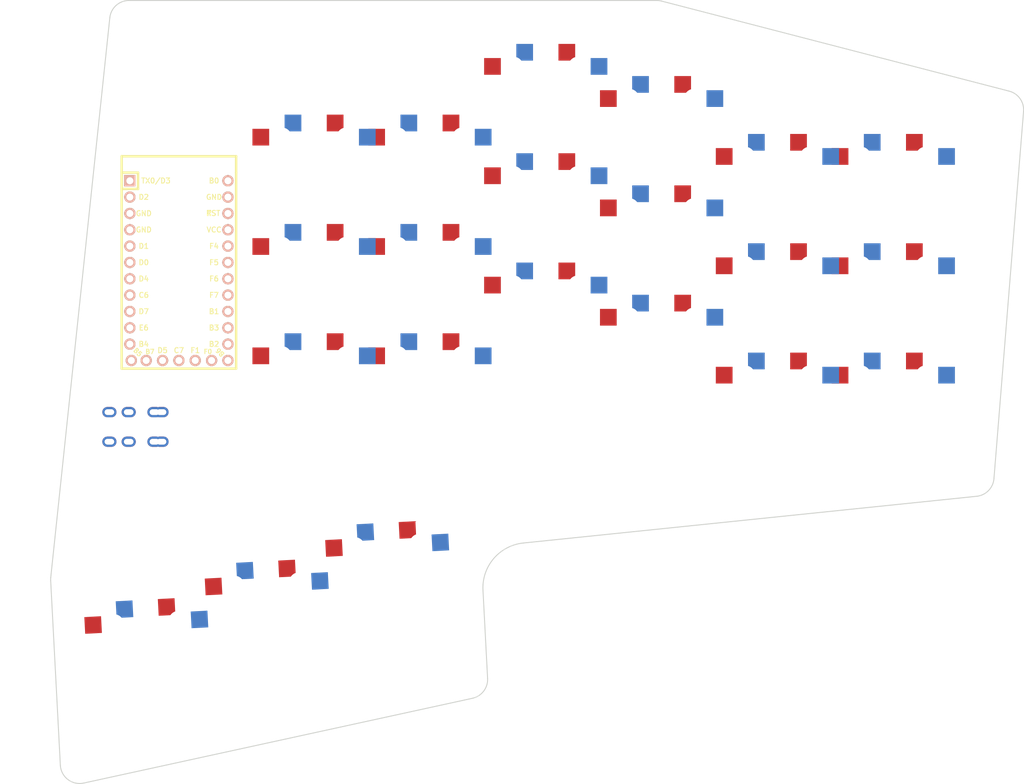
<source format=kicad_pcb>

            
(kicad_pcb (version 20171130) (host pcbnew 5.1.6)

  (page A3)
  (title_block
    (title pcbboard)
    (rev v1.0.0)
    (company Unknown)
  )

  (general
    (thickness 1.6)
  )

  (layers
    (0 F.Cu signal)
    (31 B.Cu signal)
    (32 B.Adhes user)
    (33 F.Adhes user)
    (34 B.Paste user)
    (35 F.Paste user)
    (36 B.SilkS user)
    (37 F.SilkS user)
    (38 B.Mask user)
    (39 F.Mask user)
    (40 Dwgs.User user)
    (41 Cmts.User user)
    (42 Eco1.User user)
    (43 Eco2.User user)
    (44 Edge.Cuts user)
    (45 Margin user)
    (46 B.CrtYd user)
    (47 F.CrtYd user)
    (48 B.Fab user)
    (49 F.Fab user)
  )

  (setup
    (last_trace_width 0.25)
    (trace_clearance 0.2)
    (zone_clearance 0.508)
    (zone_45_only no)
    (trace_min 0.2)
    (via_size 0.8)
    (via_drill 0.4)
    (via_min_size 0.4)
    (via_min_drill 0.3)
    (uvia_size 0.3)
    (uvia_drill 0.1)
    (uvias_allowed no)
    (uvia_min_size 0.2)
    (uvia_min_drill 0.1)
    (edge_width 0.05)
    (segment_width 0.2)
    (pcb_text_width 0.3)
    (pcb_text_size 1.5 1.5)
    (mod_edge_width 0.12)
    (mod_text_size 1 1)
    (mod_text_width 0.15)
    (pad_size 1.524 1.524)
    (pad_drill 0.762)
    (pad_to_mask_clearance 0.05)
    (aux_axis_origin 0 0)
    (visible_elements FFFFFF7F)
    (pcbplotparams
      (layerselection 0x010fc_ffffffff)
      (usegerberextensions false)
      (usegerberattributes true)
      (usegerberadvancedattributes true)
      (creategerberjobfile true)
      (excludeedgelayer true)
      (linewidth 0.100000)
      (plotframeref false)
      (viasonmask false)
      (mode 1)
      (useauxorigin false)
      (hpglpennumber 1)
      (hpglpenspeed 20)
      (hpglpendiameter 15.000000)
      (psnegative false)
      (psa4output false)
      (plotreference true)
      (plotvalue true)
      (plotinvisibletext false)
      (padsonsilk false)
      (subtractmaskfromsilk false)
      (outputformat 1)
      (mirror false)
      (drillshape 1)
      (scaleselection 1)
      (outputdirectory ""))
  )

            (net 0 "")
(net 1 "GND")
(net 2 "matrix_inner_bottom")
(net 3 "matrix_inner_center")
(net 4 "matrix_inner_top")
(net 5 "matrix_pointer_bottom")
(net 6 "matrix_pointer_center")
(net 7 "matrix_pointer_top")
(net 8 "matrix_middle_bottom")
(net 9 "matrix_middle_center")
(net 10 "matrix_middle_top")
(net 11 "matrix_ring_bottom")
(net 12 "matrix_ring_center")
(net 13 "matrix_ring_top")
(net 14 "matrix_pinky_bottom")
(net 15 "matrix_pinky_center")
(net 16 "matrix_pinky_top")
(net 17 "matrix_outer_bottom")
(net 18 "matrix_outer_center")
(net 19 "matrix_outer_top")
(net 20 "thumb_left")
(net 21 "thumb_middle")
(net 22 "thumb_right")
(net 23 "D1")
(net 24 "VCC")
(net 25 "ST")
(net 26 "D3")
(net 27 "D2")
            
  (net_class Default "This is the default net class."
    (clearance 0.2)
    (trace_width 0.25)
    (via_dia 0.8)
    (via_drill 0.4)
    (uvia_dia 0.3)
    (uvia_drill 0.1)
    (add_net "")
(add_net "GND")
(add_net "matrix_inner_bottom")
(add_net "matrix_inner_center")
(add_net "matrix_inner_top")
(add_net "matrix_pointer_bottom")
(add_net "matrix_pointer_center")
(add_net "matrix_pointer_top")
(add_net "matrix_middle_bottom")
(add_net "matrix_middle_center")
(add_net "matrix_middle_top")
(add_net "matrix_ring_bottom")
(add_net "matrix_ring_center")
(add_net "matrix_ring_top")
(add_net "matrix_pinky_bottom")
(add_net "matrix_pinky_center")
(add_net "matrix_pinky_top")
(add_net "matrix_outer_bottom")
(add_net "matrix_outer_center")
(add_net "matrix_outer_top")
(add_net "thumb_left")
(add_net "thumb_middle")
(add_net "thumb_right")
(add_net "D1")
(add_net "VCC")
(add_net "ST")
(add_net "D3")
(add_net "D2")
  )

            
        
      (module PG1350 (layer F.Cu) (tedit 5DD50112)
      (at 0 0 0)

      
      (fp_text reference "S1" (at 0 0) (layer F.SilkS) hide (effects (font (size 1.27 1.27) (thickness 0.15))))
      (fp_text value "" (at 0 0) (layer F.SilkS) hide (effects (font (size 1.27 1.27) (thickness 0.15))))

      
      (fp_line (start -7 -6) (end -7 -7) (layer Dwgs.User) (width 0.15))
      (fp_line (start -7 7) (end -6 7) (layer Dwgs.User) (width 0.15))
      (fp_line (start -6 -7) (end -7 -7) (layer Dwgs.User) (width 0.15))
      (fp_line (start -7 7) (end -7 6) (layer Dwgs.User) (width 0.15))
      (fp_line (start 7 6) (end 7 7) (layer Dwgs.User) (width 0.15))
      (fp_line (start 7 -7) (end 6 -7) (layer Dwgs.User) (width 0.15))
      (fp_line (start 6 7) (end 7 7) (layer Dwgs.User) (width 0.15))
      (fp_line (start 7 -7) (end 7 -6) (layer Dwgs.User) (width 0.15))      
      
      
      (pad "" np_thru_hole circle (at 0 0) (size 3.429 3.429) (drill 3.429) (layers *.Cu *.Mask))
        
      
      (pad "" np_thru_hole circle (at 5.5 0) (size 1.7018 1.7018) (drill 1.7018) (layers *.Cu *.Mask))
      (pad "" np_thru_hole circle (at -5.5 0) (size 1.7018 1.7018) (drill 1.7018) (layers *.Cu *.Mask))
      
        
      
      (fp_line (start -9 -8.5) (end 9 -8.5) (layer Dwgs.User) (width 0.15))
      (fp_line (start 9 -8.5) (end 9 8.5) (layer Dwgs.User) (width 0.15))
      (fp_line (start 9 8.5) (end -9 8.5) (layer Dwgs.User) (width 0.15))
      (fp_line (start -9 8.5) (end -9 -8.5) (layer Dwgs.User) (width 0.15))
      
        
          
          (pad "" np_thru_hole circle (at 5 -3.75) (size 3 3) (drill 3) (layers *.Cu *.Mask))
          (pad "" np_thru_hole circle (at 0 -5.95) (size 3 3) (drill 3) (layers *.Cu *.Mask))
      
          
          (pad 1 smd rect (at -3.275 -5.95 0) (size 2.6 2.6) (layers B.Cu B.Paste B.Mask)  (net 1 "GND"))
          (pad 2 smd rect (at 8.275 -3.75 0) (size 2.6 2.6) (layers B.Cu B.Paste B.Mask)  (net 2 "matrix_inner_bottom"))
        
        
          
          (pad "" np_thru_hole circle (at -5 -3.75) (size 3 3) (drill 3) (layers *.Cu *.Mask))
          (pad "" np_thru_hole circle (at 0 -5.95) (size 3 3) (drill 3) (layers *.Cu *.Mask))
      
          
          (pad 1 smd rect (at 3.275 -5.95 0) (size 2.6 2.6) (layers F.Cu F.Paste F.Mask)  (net 1 "GND"))
          (pad 2 smd rect (at -8.275 -3.75 0) (size 2.6 2.6) (layers F.Cu F.Paste F.Mask)  (net 2 "matrix_inner_bottom"))
        )
        

        
      (module PG1350 (layer F.Cu) (tedit 5DD50112)
      (at 0 -17 0)

      
      (fp_text reference "S2" (at 0 0) (layer F.SilkS) hide (effects (font (size 1.27 1.27) (thickness 0.15))))
      (fp_text value "" (at 0 0) (layer F.SilkS) hide (effects (font (size 1.27 1.27) (thickness 0.15))))

      
      (fp_line (start -7 -6) (end -7 -7) (layer Dwgs.User) (width 0.15))
      (fp_line (start -7 7) (end -6 7) (layer Dwgs.User) (width 0.15))
      (fp_line (start -6 -7) (end -7 -7) (layer Dwgs.User) (width 0.15))
      (fp_line (start -7 7) (end -7 6) (layer Dwgs.User) (width 0.15))
      (fp_line (start 7 6) (end 7 7) (layer Dwgs.User) (width 0.15))
      (fp_line (start 7 -7) (end 6 -7) (layer Dwgs.User) (width 0.15))
      (fp_line (start 6 7) (end 7 7) (layer Dwgs.User) (width 0.15))
      (fp_line (start 7 -7) (end 7 -6) (layer Dwgs.User) (width 0.15))      
      
      
      (pad "" np_thru_hole circle (at 0 0) (size 3.429 3.429) (drill 3.429) (layers *.Cu *.Mask))
        
      
      (pad "" np_thru_hole circle (at 5.5 0) (size 1.7018 1.7018) (drill 1.7018) (layers *.Cu *.Mask))
      (pad "" np_thru_hole circle (at -5.5 0) (size 1.7018 1.7018) (drill 1.7018) (layers *.Cu *.Mask))
      
        
      
      (fp_line (start -9 -8.5) (end 9 -8.5) (layer Dwgs.User) (width 0.15))
      (fp_line (start 9 -8.5) (end 9 8.5) (layer Dwgs.User) (width 0.15))
      (fp_line (start 9 8.5) (end -9 8.5) (layer Dwgs.User) (width 0.15))
      (fp_line (start -9 8.5) (end -9 -8.5) (layer Dwgs.User) (width 0.15))
      
        
          
          (pad "" np_thru_hole circle (at 5 -3.75) (size 3 3) (drill 3) (layers *.Cu *.Mask))
          (pad "" np_thru_hole circle (at 0 -5.95) (size 3 3) (drill 3) (layers *.Cu *.Mask))
      
          
          (pad 1 smd rect (at -3.275 -5.95 0) (size 2.6 2.6) (layers B.Cu B.Paste B.Mask)  (net 1 "GND"))
          (pad 2 smd rect (at 8.275 -3.75 0) (size 2.6 2.6) (layers B.Cu B.Paste B.Mask)  (net 3 "matrix_inner_center"))
        
        
          
          (pad "" np_thru_hole circle (at -5 -3.75) (size 3 3) (drill 3) (layers *.Cu *.Mask))
          (pad "" np_thru_hole circle (at 0 -5.95) (size 3 3) (drill 3) (layers *.Cu *.Mask))
      
          
          (pad 1 smd rect (at 3.275 -5.95 0) (size 2.6 2.6) (layers F.Cu F.Paste F.Mask)  (net 1 "GND"))
          (pad 2 smd rect (at -8.275 -3.75 0) (size 2.6 2.6) (layers F.Cu F.Paste F.Mask)  (net 3 "matrix_inner_center"))
        )
        

        
      (module PG1350 (layer F.Cu) (tedit 5DD50112)
      (at 0 -34 0)

      
      (fp_text reference "S3" (at 0 0) (layer F.SilkS) hide (effects (font (size 1.27 1.27) (thickness 0.15))))
      (fp_text value "" (at 0 0) (layer F.SilkS) hide (effects (font (size 1.27 1.27) (thickness 0.15))))

      
      (fp_line (start -7 -6) (end -7 -7) (layer Dwgs.User) (width 0.15))
      (fp_line (start -7 7) (end -6 7) (layer Dwgs.User) (width 0.15))
      (fp_line (start -6 -7) (end -7 -7) (layer Dwgs.User) (width 0.15))
      (fp_line (start -7 7) (end -7 6) (layer Dwgs.User) (width 0.15))
      (fp_line (start 7 6) (end 7 7) (layer Dwgs.User) (width 0.15))
      (fp_line (start 7 -7) (end 6 -7) (layer Dwgs.User) (width 0.15))
      (fp_line (start 6 7) (end 7 7) (layer Dwgs.User) (width 0.15))
      (fp_line (start 7 -7) (end 7 -6) (layer Dwgs.User) (width 0.15))      
      
      
      (pad "" np_thru_hole circle (at 0 0) (size 3.429 3.429) (drill 3.429) (layers *.Cu *.Mask))
        
      
      (pad "" np_thru_hole circle (at 5.5 0) (size 1.7018 1.7018) (drill 1.7018) (layers *.Cu *.Mask))
      (pad "" np_thru_hole circle (at -5.5 0) (size 1.7018 1.7018) (drill 1.7018) (layers *.Cu *.Mask))
      
        
      
      (fp_line (start -9 -8.5) (end 9 -8.5) (layer Dwgs.User) (width 0.15))
      (fp_line (start 9 -8.5) (end 9 8.5) (layer Dwgs.User) (width 0.15))
      (fp_line (start 9 8.5) (end -9 8.5) (layer Dwgs.User) (width 0.15))
      (fp_line (start -9 8.5) (end -9 -8.5) (layer Dwgs.User) (width 0.15))
      
        
          
          (pad "" np_thru_hole circle (at 5 -3.75) (size 3 3) (drill 3) (layers *.Cu *.Mask))
          (pad "" np_thru_hole circle (at 0 -5.95) (size 3 3) (drill 3) (layers *.Cu *.Mask))
      
          
          (pad 1 smd rect (at -3.275 -5.95 0) (size 2.6 2.6) (layers B.Cu B.Paste B.Mask)  (net 1 "GND"))
          (pad 2 smd rect (at 8.275 -3.75 0) (size 2.6 2.6) (layers B.Cu B.Paste B.Mask)  (net 4 "matrix_inner_top"))
        
        
          
          (pad "" np_thru_hole circle (at -5 -3.75) (size 3 3) (drill 3) (layers *.Cu *.Mask))
          (pad "" np_thru_hole circle (at 0 -5.95) (size 3 3) (drill 3) (layers *.Cu *.Mask))
      
          
          (pad 1 smd rect (at 3.275 -5.95 0) (size 2.6 2.6) (layers F.Cu F.Paste F.Mask)  (net 1 "GND"))
          (pad 2 smd rect (at -8.275 -3.75 0) (size 2.6 2.6) (layers F.Cu F.Paste F.Mask)  (net 4 "matrix_inner_top"))
        )
        

        
      (module PG1350 (layer F.Cu) (tedit 5DD50112)
      (at 18 0 0)

      
      (fp_text reference "S4" (at 0 0) (layer F.SilkS) hide (effects (font (size 1.27 1.27) (thickness 0.15))))
      (fp_text value "" (at 0 0) (layer F.SilkS) hide (effects (font (size 1.27 1.27) (thickness 0.15))))

      
      (fp_line (start -7 -6) (end -7 -7) (layer Dwgs.User) (width 0.15))
      (fp_line (start -7 7) (end -6 7) (layer Dwgs.User) (width 0.15))
      (fp_line (start -6 -7) (end -7 -7) (layer Dwgs.User) (width 0.15))
      (fp_line (start -7 7) (end -7 6) (layer Dwgs.User) (width 0.15))
      (fp_line (start 7 6) (end 7 7) (layer Dwgs.User) (width 0.15))
      (fp_line (start 7 -7) (end 6 -7) (layer Dwgs.User) (width 0.15))
      (fp_line (start 6 7) (end 7 7) (layer Dwgs.User) (width 0.15))
      (fp_line (start 7 -7) (end 7 -6) (layer Dwgs.User) (width 0.15))      
      
      
      (pad "" np_thru_hole circle (at 0 0) (size 3.429 3.429) (drill 3.429) (layers *.Cu *.Mask))
        
      
      (pad "" np_thru_hole circle (at 5.5 0) (size 1.7018 1.7018) (drill 1.7018) (layers *.Cu *.Mask))
      (pad "" np_thru_hole circle (at -5.5 0) (size 1.7018 1.7018) (drill 1.7018) (layers *.Cu *.Mask))
      
        
      
      (fp_line (start -9 -8.5) (end 9 -8.5) (layer Dwgs.User) (width 0.15))
      (fp_line (start 9 -8.5) (end 9 8.5) (layer Dwgs.User) (width 0.15))
      (fp_line (start 9 8.5) (end -9 8.5) (layer Dwgs.User) (width 0.15))
      (fp_line (start -9 8.5) (end -9 -8.5) (layer Dwgs.User) (width 0.15))
      
        
          
          (pad "" np_thru_hole circle (at 5 -3.75) (size 3 3) (drill 3) (layers *.Cu *.Mask))
          (pad "" np_thru_hole circle (at 0 -5.95) (size 3 3) (drill 3) (layers *.Cu *.Mask))
      
          
          (pad 1 smd rect (at -3.275 -5.95 0) (size 2.6 2.6) (layers B.Cu B.Paste B.Mask)  (net 1 "GND"))
          (pad 2 smd rect (at 8.275 -3.75 0) (size 2.6 2.6) (layers B.Cu B.Paste B.Mask)  (net 5 "matrix_pointer_bottom"))
        
        
          
          (pad "" np_thru_hole circle (at -5 -3.75) (size 3 3) (drill 3) (layers *.Cu *.Mask))
          (pad "" np_thru_hole circle (at 0 -5.95) (size 3 3) (drill 3) (layers *.Cu *.Mask))
      
          
          (pad 1 smd rect (at 3.275 -5.95 0) (size 2.6 2.6) (layers F.Cu F.Paste F.Mask)  (net 1 "GND"))
          (pad 2 smd rect (at -8.275 -3.75 0) (size 2.6 2.6) (layers F.Cu F.Paste F.Mask)  (net 5 "matrix_pointer_bottom"))
        )
        

        
      (module PG1350 (layer F.Cu) (tedit 5DD50112)
      (at 18 -17 0)

      
      (fp_text reference "S5" (at 0 0) (layer F.SilkS) hide (effects (font (size 1.27 1.27) (thickness 0.15))))
      (fp_text value "" (at 0 0) (layer F.SilkS) hide (effects (font (size 1.27 1.27) (thickness 0.15))))

      
      (fp_line (start -7 -6) (end -7 -7) (layer Dwgs.User) (width 0.15))
      (fp_line (start -7 7) (end -6 7) (layer Dwgs.User) (width 0.15))
      (fp_line (start -6 -7) (end -7 -7) (layer Dwgs.User) (width 0.15))
      (fp_line (start -7 7) (end -7 6) (layer Dwgs.User) (width 0.15))
      (fp_line (start 7 6) (end 7 7) (layer Dwgs.User) (width 0.15))
      (fp_line (start 7 -7) (end 6 -7) (layer Dwgs.User) (width 0.15))
      (fp_line (start 6 7) (end 7 7) (layer Dwgs.User) (width 0.15))
      (fp_line (start 7 -7) (end 7 -6) (layer Dwgs.User) (width 0.15))      
      
      
      (pad "" np_thru_hole circle (at 0 0) (size 3.429 3.429) (drill 3.429) (layers *.Cu *.Mask))
        
      
      (pad "" np_thru_hole circle (at 5.5 0) (size 1.7018 1.7018) (drill 1.7018) (layers *.Cu *.Mask))
      (pad "" np_thru_hole circle (at -5.5 0) (size 1.7018 1.7018) (drill 1.7018) (layers *.Cu *.Mask))
      
        
      
      (fp_line (start -9 -8.5) (end 9 -8.5) (layer Dwgs.User) (width 0.15))
      (fp_line (start 9 -8.5) (end 9 8.5) (layer Dwgs.User) (width 0.15))
      (fp_line (start 9 8.5) (end -9 8.5) (layer Dwgs.User) (width 0.15))
      (fp_line (start -9 8.5) (end -9 -8.5) (layer Dwgs.User) (width 0.15))
      
        
          
          (pad "" np_thru_hole circle (at 5 -3.75) (size 3 3) (drill 3) (layers *.Cu *.Mask))
          (pad "" np_thru_hole circle (at 0 -5.95) (size 3 3) (drill 3) (layers *.Cu *.Mask))
      
          
          (pad 1 smd rect (at -3.275 -5.95 0) (size 2.6 2.6) (layers B.Cu B.Paste B.Mask)  (net 1 "GND"))
          (pad 2 smd rect (at 8.275 -3.75 0) (size 2.6 2.6) (layers B.Cu B.Paste B.Mask)  (net 6 "matrix_pointer_center"))
        
        
          
          (pad "" np_thru_hole circle (at -5 -3.75) (size 3 3) (drill 3) (layers *.Cu *.Mask))
          (pad "" np_thru_hole circle (at 0 -5.95) (size 3 3) (drill 3) (layers *.Cu *.Mask))
      
          
          (pad 1 smd rect (at 3.275 -5.95 0) (size 2.6 2.6) (layers F.Cu F.Paste F.Mask)  (net 1 "GND"))
          (pad 2 smd rect (at -8.275 -3.75 0) (size 2.6 2.6) (layers F.Cu F.Paste F.Mask)  (net 6 "matrix_pointer_center"))
        )
        

        
      (module PG1350 (layer F.Cu) (tedit 5DD50112)
      (at 18 -34 0)

      
      (fp_text reference "S6" (at 0 0) (layer F.SilkS) hide (effects (font (size 1.27 1.27) (thickness 0.15))))
      (fp_text value "" (at 0 0) (layer F.SilkS) hide (effects (font (size 1.27 1.27) (thickness 0.15))))

      
      (fp_line (start -7 -6) (end -7 -7) (layer Dwgs.User) (width 0.15))
      (fp_line (start -7 7) (end -6 7) (layer Dwgs.User) (width 0.15))
      (fp_line (start -6 -7) (end -7 -7) (layer Dwgs.User) (width 0.15))
      (fp_line (start -7 7) (end -7 6) (layer Dwgs.User) (width 0.15))
      (fp_line (start 7 6) (end 7 7) (layer Dwgs.User) (width 0.15))
      (fp_line (start 7 -7) (end 6 -7) (layer Dwgs.User) (width 0.15))
      (fp_line (start 6 7) (end 7 7) (layer Dwgs.User) (width 0.15))
      (fp_line (start 7 -7) (end 7 -6) (layer Dwgs.User) (width 0.15))      
      
      
      (pad "" np_thru_hole circle (at 0 0) (size 3.429 3.429) (drill 3.429) (layers *.Cu *.Mask))
        
      
      (pad "" np_thru_hole circle (at 5.5 0) (size 1.7018 1.7018) (drill 1.7018) (layers *.Cu *.Mask))
      (pad "" np_thru_hole circle (at -5.5 0) (size 1.7018 1.7018) (drill 1.7018) (layers *.Cu *.Mask))
      
        
      
      (fp_line (start -9 -8.5) (end 9 -8.5) (layer Dwgs.User) (width 0.15))
      (fp_line (start 9 -8.5) (end 9 8.5) (layer Dwgs.User) (width 0.15))
      (fp_line (start 9 8.5) (end -9 8.5) (layer Dwgs.User) (width 0.15))
      (fp_line (start -9 8.5) (end -9 -8.5) (layer Dwgs.User) (width 0.15))
      
        
          
          (pad "" np_thru_hole circle (at 5 -3.75) (size 3 3) (drill 3) (layers *.Cu *.Mask))
          (pad "" np_thru_hole circle (at 0 -5.95) (size 3 3) (drill 3) (layers *.Cu *.Mask))
      
          
          (pad 1 smd rect (at -3.275 -5.95 0) (size 2.6 2.6) (layers B.Cu B.Paste B.Mask)  (net 1 "GND"))
          (pad 2 smd rect (at 8.275 -3.75 0) (size 2.6 2.6) (layers B.Cu B.Paste B.Mask)  (net 7 "matrix_pointer_top"))
        
        
          
          (pad "" np_thru_hole circle (at -5 -3.75) (size 3 3) (drill 3) (layers *.Cu *.Mask))
          (pad "" np_thru_hole circle (at 0 -5.95) (size 3 3) (drill 3) (layers *.Cu *.Mask))
      
          
          (pad 1 smd rect (at 3.275 -5.95 0) (size 2.6 2.6) (layers F.Cu F.Paste F.Mask)  (net 1 "GND"))
          (pad 2 smd rect (at -8.275 -3.75 0) (size 2.6 2.6) (layers F.Cu F.Paste F.Mask)  (net 7 "matrix_pointer_top"))
        )
        

        
      (module PG1350 (layer F.Cu) (tedit 5DD50112)
      (at 36 -11 0)

      
      (fp_text reference "S7" (at 0 0) (layer F.SilkS) hide (effects (font (size 1.27 1.27) (thickness 0.15))))
      (fp_text value "" (at 0 0) (layer F.SilkS) hide (effects (font (size 1.27 1.27) (thickness 0.15))))

      
      (fp_line (start -7 -6) (end -7 -7) (layer Dwgs.User) (width 0.15))
      (fp_line (start -7 7) (end -6 7) (layer Dwgs.User) (width 0.15))
      (fp_line (start -6 -7) (end -7 -7) (layer Dwgs.User) (width 0.15))
      (fp_line (start -7 7) (end -7 6) (layer Dwgs.User) (width 0.15))
      (fp_line (start 7 6) (end 7 7) (layer Dwgs.User) (width 0.15))
      (fp_line (start 7 -7) (end 6 -7) (layer Dwgs.User) (width 0.15))
      (fp_line (start 6 7) (end 7 7) (layer Dwgs.User) (width 0.15))
      (fp_line (start 7 -7) (end 7 -6) (layer Dwgs.User) (width 0.15))      
      
      
      (pad "" np_thru_hole circle (at 0 0) (size 3.429 3.429) (drill 3.429) (layers *.Cu *.Mask))
        
      
      (pad "" np_thru_hole circle (at 5.5 0) (size 1.7018 1.7018) (drill 1.7018) (layers *.Cu *.Mask))
      (pad "" np_thru_hole circle (at -5.5 0) (size 1.7018 1.7018) (drill 1.7018) (layers *.Cu *.Mask))
      
        
      
      (fp_line (start -9 -8.5) (end 9 -8.5) (layer Dwgs.User) (width 0.15))
      (fp_line (start 9 -8.5) (end 9 8.5) (layer Dwgs.User) (width 0.15))
      (fp_line (start 9 8.5) (end -9 8.5) (layer Dwgs.User) (width 0.15))
      (fp_line (start -9 8.5) (end -9 -8.5) (layer Dwgs.User) (width 0.15))
      
        
          
          (pad "" np_thru_hole circle (at 5 -3.75) (size 3 3) (drill 3) (layers *.Cu *.Mask))
          (pad "" np_thru_hole circle (at 0 -5.95) (size 3 3) (drill 3) (layers *.Cu *.Mask))
      
          
          (pad 1 smd rect (at -3.275 -5.95 0) (size 2.6 2.6) (layers B.Cu B.Paste B.Mask)  (net 1 "GND"))
          (pad 2 smd rect (at 8.275 -3.75 0) (size 2.6 2.6) (layers B.Cu B.Paste B.Mask)  (net 8 "matrix_middle_bottom"))
        
        
          
          (pad "" np_thru_hole circle (at -5 -3.75) (size 3 3) (drill 3) (layers *.Cu *.Mask))
          (pad "" np_thru_hole circle (at 0 -5.95) (size 3 3) (drill 3) (layers *.Cu *.Mask))
      
          
          (pad 1 smd rect (at 3.275 -5.95 0) (size 2.6 2.6) (layers F.Cu F.Paste F.Mask)  (net 1 "GND"))
          (pad 2 smd rect (at -8.275 -3.75 0) (size 2.6 2.6) (layers F.Cu F.Paste F.Mask)  (net 8 "matrix_middle_bottom"))
        )
        

        
      (module PG1350 (layer F.Cu) (tedit 5DD50112)
      (at 36 -28 0)

      
      (fp_text reference "S8" (at 0 0) (layer F.SilkS) hide (effects (font (size 1.27 1.27) (thickness 0.15))))
      (fp_text value "" (at 0 0) (layer F.SilkS) hide (effects (font (size 1.27 1.27) (thickness 0.15))))

      
      (fp_line (start -7 -6) (end -7 -7) (layer Dwgs.User) (width 0.15))
      (fp_line (start -7 7) (end -6 7) (layer Dwgs.User) (width 0.15))
      (fp_line (start -6 -7) (end -7 -7) (layer Dwgs.User) (width 0.15))
      (fp_line (start -7 7) (end -7 6) (layer Dwgs.User) (width 0.15))
      (fp_line (start 7 6) (end 7 7) (layer Dwgs.User) (width 0.15))
      (fp_line (start 7 -7) (end 6 -7) (layer Dwgs.User) (width 0.15))
      (fp_line (start 6 7) (end 7 7) (layer Dwgs.User) (width 0.15))
      (fp_line (start 7 -7) (end 7 -6) (layer Dwgs.User) (width 0.15))      
      
      
      (pad "" np_thru_hole circle (at 0 0) (size 3.429 3.429) (drill 3.429) (layers *.Cu *.Mask))
        
      
      (pad "" np_thru_hole circle (at 5.5 0) (size 1.7018 1.7018) (drill 1.7018) (layers *.Cu *.Mask))
      (pad "" np_thru_hole circle (at -5.5 0) (size 1.7018 1.7018) (drill 1.7018) (layers *.Cu *.Mask))
      
        
      
      (fp_line (start -9 -8.5) (end 9 -8.5) (layer Dwgs.User) (width 0.15))
      (fp_line (start 9 -8.5) (end 9 8.5) (layer Dwgs.User) (width 0.15))
      (fp_line (start 9 8.5) (end -9 8.5) (layer Dwgs.User) (width 0.15))
      (fp_line (start -9 8.5) (end -9 -8.5) (layer Dwgs.User) (width 0.15))
      
        
          
          (pad "" np_thru_hole circle (at 5 -3.75) (size 3 3) (drill 3) (layers *.Cu *.Mask))
          (pad "" np_thru_hole circle (at 0 -5.95) (size 3 3) (drill 3) (layers *.Cu *.Mask))
      
          
          (pad 1 smd rect (at -3.275 -5.95 0) (size 2.6 2.6) (layers B.Cu B.Paste B.Mask)  (net 1 "GND"))
          (pad 2 smd rect (at 8.275 -3.75 0) (size 2.6 2.6) (layers B.Cu B.Paste B.Mask)  (net 9 "matrix_middle_center"))
        
        
          
          (pad "" np_thru_hole circle (at -5 -3.75) (size 3 3) (drill 3) (layers *.Cu *.Mask))
          (pad "" np_thru_hole circle (at 0 -5.95) (size 3 3) (drill 3) (layers *.Cu *.Mask))
      
          
          (pad 1 smd rect (at 3.275 -5.95 0) (size 2.6 2.6) (layers F.Cu F.Paste F.Mask)  (net 1 "GND"))
          (pad 2 smd rect (at -8.275 -3.75 0) (size 2.6 2.6) (layers F.Cu F.Paste F.Mask)  (net 9 "matrix_middle_center"))
        )
        

        
      (module PG1350 (layer F.Cu) (tedit 5DD50112)
      (at 36 -45 0)

      
      (fp_text reference "S9" (at 0 0) (layer F.SilkS) hide (effects (font (size 1.27 1.27) (thickness 0.15))))
      (fp_text value "" (at 0 0) (layer F.SilkS) hide (effects (font (size 1.27 1.27) (thickness 0.15))))

      
      (fp_line (start -7 -6) (end -7 -7) (layer Dwgs.User) (width 0.15))
      (fp_line (start -7 7) (end -6 7) (layer Dwgs.User) (width 0.15))
      (fp_line (start -6 -7) (end -7 -7) (layer Dwgs.User) (width 0.15))
      (fp_line (start -7 7) (end -7 6) (layer Dwgs.User) (width 0.15))
      (fp_line (start 7 6) (end 7 7) (layer Dwgs.User) (width 0.15))
      (fp_line (start 7 -7) (end 6 -7) (layer Dwgs.User) (width 0.15))
      (fp_line (start 6 7) (end 7 7) (layer Dwgs.User) (width 0.15))
      (fp_line (start 7 -7) (end 7 -6) (layer Dwgs.User) (width 0.15))      
      
      
      (pad "" np_thru_hole circle (at 0 0) (size 3.429 3.429) (drill 3.429) (layers *.Cu *.Mask))
        
      
      (pad "" np_thru_hole circle (at 5.5 0) (size 1.7018 1.7018) (drill 1.7018) (layers *.Cu *.Mask))
      (pad "" np_thru_hole circle (at -5.5 0) (size 1.7018 1.7018) (drill 1.7018) (layers *.Cu *.Mask))
      
        
      
      (fp_line (start -9 -8.5) (end 9 -8.5) (layer Dwgs.User) (width 0.15))
      (fp_line (start 9 -8.5) (end 9 8.5) (layer Dwgs.User) (width 0.15))
      (fp_line (start 9 8.5) (end -9 8.5) (layer Dwgs.User) (width 0.15))
      (fp_line (start -9 8.5) (end -9 -8.5) (layer Dwgs.User) (width 0.15))
      
        
          
          (pad "" np_thru_hole circle (at 5 -3.75) (size 3 3) (drill 3) (layers *.Cu *.Mask))
          (pad "" np_thru_hole circle (at 0 -5.95) (size 3 3) (drill 3) (layers *.Cu *.Mask))
      
          
          (pad 1 smd rect (at -3.275 -5.95 0) (size 2.6 2.6) (layers B.Cu B.Paste B.Mask)  (net 1 "GND"))
          (pad 2 smd rect (at 8.275 -3.75 0) (size 2.6 2.6) (layers B.Cu B.Paste B.Mask)  (net 10 "matrix_middle_top"))
        
        
          
          (pad "" np_thru_hole circle (at -5 -3.75) (size 3 3) (drill 3) (layers *.Cu *.Mask))
          (pad "" np_thru_hole circle (at 0 -5.95) (size 3 3) (drill 3) (layers *.Cu *.Mask))
      
          
          (pad 1 smd rect (at 3.275 -5.95 0) (size 2.6 2.6) (layers F.Cu F.Paste F.Mask)  (net 1 "GND"))
          (pad 2 smd rect (at -8.275 -3.75 0) (size 2.6 2.6) (layers F.Cu F.Paste F.Mask)  (net 10 "matrix_middle_top"))
        )
        

        
      (module PG1350 (layer F.Cu) (tedit 5DD50112)
      (at 54 -6 0)

      
      (fp_text reference "S10" (at 0 0) (layer F.SilkS) hide (effects (font (size 1.27 1.27) (thickness 0.15))))
      (fp_text value "" (at 0 0) (layer F.SilkS) hide (effects (font (size 1.27 1.27) (thickness 0.15))))

      
      (fp_line (start -7 -6) (end -7 -7) (layer Dwgs.User) (width 0.15))
      (fp_line (start -7 7) (end -6 7) (layer Dwgs.User) (width 0.15))
      (fp_line (start -6 -7) (end -7 -7) (layer Dwgs.User) (width 0.15))
      (fp_line (start -7 7) (end -7 6) (layer Dwgs.User) (width 0.15))
      (fp_line (start 7 6) (end 7 7) (layer Dwgs.User) (width 0.15))
      (fp_line (start 7 -7) (end 6 -7) (layer Dwgs.User) (width 0.15))
      (fp_line (start 6 7) (end 7 7) (layer Dwgs.User) (width 0.15))
      (fp_line (start 7 -7) (end 7 -6) (layer Dwgs.User) (width 0.15))      
      
      
      (pad "" np_thru_hole circle (at 0 0) (size 3.429 3.429) (drill 3.429) (layers *.Cu *.Mask))
        
      
      (pad "" np_thru_hole circle (at 5.5 0) (size 1.7018 1.7018) (drill 1.7018) (layers *.Cu *.Mask))
      (pad "" np_thru_hole circle (at -5.5 0) (size 1.7018 1.7018) (drill 1.7018) (layers *.Cu *.Mask))
      
        
      
      (fp_line (start -9 -8.5) (end 9 -8.5) (layer Dwgs.User) (width 0.15))
      (fp_line (start 9 -8.5) (end 9 8.5) (layer Dwgs.User) (width 0.15))
      (fp_line (start 9 8.5) (end -9 8.5) (layer Dwgs.User) (width 0.15))
      (fp_line (start -9 8.5) (end -9 -8.5) (layer Dwgs.User) (width 0.15))
      
        
          
          (pad "" np_thru_hole circle (at 5 -3.75) (size 3 3) (drill 3) (layers *.Cu *.Mask))
          (pad "" np_thru_hole circle (at 0 -5.95) (size 3 3) (drill 3) (layers *.Cu *.Mask))
      
          
          (pad 1 smd rect (at -3.275 -5.95 0) (size 2.6 2.6) (layers B.Cu B.Paste B.Mask)  (net 1 "GND"))
          (pad 2 smd rect (at 8.275 -3.75 0) (size 2.6 2.6) (layers B.Cu B.Paste B.Mask)  (net 11 "matrix_ring_bottom"))
        
        
          
          (pad "" np_thru_hole circle (at -5 -3.75) (size 3 3) (drill 3) (layers *.Cu *.Mask))
          (pad "" np_thru_hole circle (at 0 -5.95) (size 3 3) (drill 3) (layers *.Cu *.Mask))
      
          
          (pad 1 smd rect (at 3.275 -5.95 0) (size 2.6 2.6) (layers F.Cu F.Paste F.Mask)  (net 1 "GND"))
          (pad 2 smd rect (at -8.275 -3.75 0) (size 2.6 2.6) (layers F.Cu F.Paste F.Mask)  (net 11 "matrix_ring_bottom"))
        )
        

        
      (module PG1350 (layer F.Cu) (tedit 5DD50112)
      (at 54 -23 0)

      
      (fp_text reference "S11" (at 0 0) (layer F.SilkS) hide (effects (font (size 1.27 1.27) (thickness 0.15))))
      (fp_text value "" (at 0 0) (layer F.SilkS) hide (effects (font (size 1.27 1.27) (thickness 0.15))))

      
      (fp_line (start -7 -6) (end -7 -7) (layer Dwgs.User) (width 0.15))
      (fp_line (start -7 7) (end -6 7) (layer Dwgs.User) (width 0.15))
      (fp_line (start -6 -7) (end -7 -7) (layer Dwgs.User) (width 0.15))
      (fp_line (start -7 7) (end -7 6) (layer Dwgs.User) (width 0.15))
      (fp_line (start 7 6) (end 7 7) (layer Dwgs.User) (width 0.15))
      (fp_line (start 7 -7) (end 6 -7) (layer Dwgs.User) (width 0.15))
      (fp_line (start 6 7) (end 7 7) (layer Dwgs.User) (width 0.15))
      (fp_line (start 7 -7) (end 7 -6) (layer Dwgs.User) (width 0.15))      
      
      
      (pad "" np_thru_hole circle (at 0 0) (size 3.429 3.429) (drill 3.429) (layers *.Cu *.Mask))
        
      
      (pad "" np_thru_hole circle (at 5.5 0) (size 1.7018 1.7018) (drill 1.7018) (layers *.Cu *.Mask))
      (pad "" np_thru_hole circle (at -5.5 0) (size 1.7018 1.7018) (drill 1.7018) (layers *.Cu *.Mask))
      
        
      
      (fp_line (start -9 -8.5) (end 9 -8.5) (layer Dwgs.User) (width 0.15))
      (fp_line (start 9 -8.5) (end 9 8.5) (layer Dwgs.User) (width 0.15))
      (fp_line (start 9 8.5) (end -9 8.5) (layer Dwgs.User) (width 0.15))
      (fp_line (start -9 8.5) (end -9 -8.5) (layer Dwgs.User) (width 0.15))
      
        
          
          (pad "" np_thru_hole circle (at 5 -3.75) (size 3 3) (drill 3) (layers *.Cu *.Mask))
          (pad "" np_thru_hole circle (at 0 -5.95) (size 3 3) (drill 3) (layers *.Cu *.Mask))
      
          
          (pad 1 smd rect (at -3.275 -5.95 0) (size 2.6 2.6) (layers B.Cu B.Paste B.Mask)  (net 1 "GND"))
          (pad 2 smd rect (at 8.275 -3.75 0) (size 2.6 2.6) (layers B.Cu B.Paste B.Mask)  (net 12 "matrix_ring_center"))
        
        
          
          (pad "" np_thru_hole circle (at -5 -3.75) (size 3 3) (drill 3) (layers *.Cu *.Mask))
          (pad "" np_thru_hole circle (at 0 -5.95) (size 3 3) (drill 3) (layers *.Cu *.Mask))
      
          
          (pad 1 smd rect (at 3.275 -5.95 0) (size 2.6 2.6) (layers F.Cu F.Paste F.Mask)  (net 1 "GND"))
          (pad 2 smd rect (at -8.275 -3.75 0) (size 2.6 2.6) (layers F.Cu F.Paste F.Mask)  (net 12 "matrix_ring_center"))
        )
        

        
      (module PG1350 (layer F.Cu) (tedit 5DD50112)
      (at 54 -40 0)

      
      (fp_text reference "S12" (at 0 0) (layer F.SilkS) hide (effects (font (size 1.27 1.27) (thickness 0.15))))
      (fp_text value "" (at 0 0) (layer F.SilkS) hide (effects (font (size 1.27 1.27) (thickness 0.15))))

      
      (fp_line (start -7 -6) (end -7 -7) (layer Dwgs.User) (width 0.15))
      (fp_line (start -7 7) (end -6 7) (layer Dwgs.User) (width 0.15))
      (fp_line (start -6 -7) (end -7 -7) (layer Dwgs.User) (width 0.15))
      (fp_line (start -7 7) (end -7 6) (layer Dwgs.User) (width 0.15))
      (fp_line (start 7 6) (end 7 7) (layer Dwgs.User) (width 0.15))
      (fp_line (start 7 -7) (end 6 -7) (layer Dwgs.User) (width 0.15))
      (fp_line (start 6 7) (end 7 7) (layer Dwgs.User) (width 0.15))
      (fp_line (start 7 -7) (end 7 -6) (layer Dwgs.User) (width 0.15))      
      
      
      (pad "" np_thru_hole circle (at 0 0) (size 3.429 3.429) (drill 3.429) (layers *.Cu *.Mask))
        
      
      (pad "" np_thru_hole circle (at 5.5 0) (size 1.7018 1.7018) (drill 1.7018) (layers *.Cu *.Mask))
      (pad "" np_thru_hole circle (at -5.5 0) (size 1.7018 1.7018) (drill 1.7018) (layers *.Cu *.Mask))
      
        
      
      (fp_line (start -9 -8.5) (end 9 -8.5) (layer Dwgs.User) (width 0.15))
      (fp_line (start 9 -8.5) (end 9 8.5) (layer Dwgs.User) (width 0.15))
      (fp_line (start 9 8.5) (end -9 8.5) (layer Dwgs.User) (width 0.15))
      (fp_line (start -9 8.5) (end -9 -8.5) (layer Dwgs.User) (width 0.15))
      
        
          
          (pad "" np_thru_hole circle (at 5 -3.75) (size 3 3) (drill 3) (layers *.Cu *.Mask))
          (pad "" np_thru_hole circle (at 0 -5.95) (size 3 3) (drill 3) (layers *.Cu *.Mask))
      
          
          (pad 1 smd rect (at -3.275 -5.95 0) (size 2.6 2.6) (layers B.Cu B.Paste B.Mask)  (net 1 "GND"))
          (pad 2 smd rect (at 8.275 -3.75 0) (size 2.6 2.6) (layers B.Cu B.Paste B.Mask)  (net 13 "matrix_ring_top"))
        
        
          
          (pad "" np_thru_hole circle (at -5 -3.75) (size 3 3) (drill 3) (layers *.Cu *.Mask))
          (pad "" np_thru_hole circle (at 0 -5.95) (size 3 3) (drill 3) (layers *.Cu *.Mask))
      
          
          (pad 1 smd rect (at 3.275 -5.95 0) (size 2.6 2.6) (layers F.Cu F.Paste F.Mask)  (net 1 "GND"))
          (pad 2 smd rect (at -8.275 -3.75 0) (size 2.6 2.6) (layers F.Cu F.Paste F.Mask)  (net 13 "matrix_ring_top"))
        )
        

        
      (module PG1350 (layer F.Cu) (tedit 5DD50112)
      (at 72 3 0)

      
      (fp_text reference "S13" (at 0 0) (layer F.SilkS) hide (effects (font (size 1.27 1.27) (thickness 0.15))))
      (fp_text value "" (at 0 0) (layer F.SilkS) hide (effects (font (size 1.27 1.27) (thickness 0.15))))

      
      (fp_line (start -7 -6) (end -7 -7) (layer Dwgs.User) (width 0.15))
      (fp_line (start -7 7) (end -6 7) (layer Dwgs.User) (width 0.15))
      (fp_line (start -6 -7) (end -7 -7) (layer Dwgs.User) (width 0.15))
      (fp_line (start -7 7) (end -7 6) (layer Dwgs.User) (width 0.15))
      (fp_line (start 7 6) (end 7 7) (layer Dwgs.User) (width 0.15))
      (fp_line (start 7 -7) (end 6 -7) (layer Dwgs.User) (width 0.15))
      (fp_line (start 6 7) (end 7 7) (layer Dwgs.User) (width 0.15))
      (fp_line (start 7 -7) (end 7 -6) (layer Dwgs.User) (width 0.15))      
      
      
      (pad "" np_thru_hole circle (at 0 0) (size 3.429 3.429) (drill 3.429) (layers *.Cu *.Mask))
        
      
      (pad "" np_thru_hole circle (at 5.5 0) (size 1.7018 1.7018) (drill 1.7018) (layers *.Cu *.Mask))
      (pad "" np_thru_hole circle (at -5.5 0) (size 1.7018 1.7018) (drill 1.7018) (layers *.Cu *.Mask))
      
        
      
      (fp_line (start -9 -8.5) (end 9 -8.5) (layer Dwgs.User) (width 0.15))
      (fp_line (start 9 -8.5) (end 9 8.5) (layer Dwgs.User) (width 0.15))
      (fp_line (start 9 8.5) (end -9 8.5) (layer Dwgs.User) (width 0.15))
      (fp_line (start -9 8.5) (end -9 -8.5) (layer Dwgs.User) (width 0.15))
      
        
          
          (pad "" np_thru_hole circle (at 5 -3.75) (size 3 3) (drill 3) (layers *.Cu *.Mask))
          (pad "" np_thru_hole circle (at 0 -5.95) (size 3 3) (drill 3) (layers *.Cu *.Mask))
      
          
          (pad 1 smd rect (at -3.275 -5.95 0) (size 2.6 2.6) (layers B.Cu B.Paste B.Mask)  (net 1 "GND"))
          (pad 2 smd rect (at 8.275 -3.75 0) (size 2.6 2.6) (layers B.Cu B.Paste B.Mask)  (net 14 "matrix_pinky_bottom"))
        
        
          
          (pad "" np_thru_hole circle (at -5 -3.75) (size 3 3) (drill 3) (layers *.Cu *.Mask))
          (pad "" np_thru_hole circle (at 0 -5.95) (size 3 3) (drill 3) (layers *.Cu *.Mask))
      
          
          (pad 1 smd rect (at 3.275 -5.95 0) (size 2.6 2.6) (layers F.Cu F.Paste F.Mask)  (net 1 "GND"))
          (pad 2 smd rect (at -8.275 -3.75 0) (size 2.6 2.6) (layers F.Cu F.Paste F.Mask)  (net 14 "matrix_pinky_bottom"))
        )
        

        
      (module PG1350 (layer F.Cu) (tedit 5DD50112)
      (at 72 -14 0)

      
      (fp_text reference "S14" (at 0 0) (layer F.SilkS) hide (effects (font (size 1.27 1.27) (thickness 0.15))))
      (fp_text value "" (at 0 0) (layer F.SilkS) hide (effects (font (size 1.27 1.27) (thickness 0.15))))

      
      (fp_line (start -7 -6) (end -7 -7) (layer Dwgs.User) (width 0.15))
      (fp_line (start -7 7) (end -6 7) (layer Dwgs.User) (width 0.15))
      (fp_line (start -6 -7) (end -7 -7) (layer Dwgs.User) (width 0.15))
      (fp_line (start -7 7) (end -7 6) (layer Dwgs.User) (width 0.15))
      (fp_line (start 7 6) (end 7 7) (layer Dwgs.User) (width 0.15))
      (fp_line (start 7 -7) (end 6 -7) (layer Dwgs.User) (width 0.15))
      (fp_line (start 6 7) (end 7 7) (layer Dwgs.User) (width 0.15))
      (fp_line (start 7 -7) (end 7 -6) (layer Dwgs.User) (width 0.15))      
      
      
      (pad "" np_thru_hole circle (at 0 0) (size 3.429 3.429) (drill 3.429) (layers *.Cu *.Mask))
        
      
      (pad "" np_thru_hole circle (at 5.5 0) (size 1.7018 1.7018) (drill 1.7018) (layers *.Cu *.Mask))
      (pad "" np_thru_hole circle (at -5.5 0) (size 1.7018 1.7018) (drill 1.7018) (layers *.Cu *.Mask))
      
        
      
      (fp_line (start -9 -8.5) (end 9 -8.5) (layer Dwgs.User) (width 0.15))
      (fp_line (start 9 -8.5) (end 9 8.5) (layer Dwgs.User) (width 0.15))
      (fp_line (start 9 8.5) (end -9 8.5) (layer Dwgs.User) (width 0.15))
      (fp_line (start -9 8.5) (end -9 -8.5) (layer Dwgs.User) (width 0.15))
      
        
          
          (pad "" np_thru_hole circle (at 5 -3.75) (size 3 3) (drill 3) (layers *.Cu *.Mask))
          (pad "" np_thru_hole circle (at 0 -5.95) (size 3 3) (drill 3) (layers *.Cu *.Mask))
      
          
          (pad 1 smd rect (at -3.275 -5.95 0) (size 2.6 2.6) (layers B.Cu B.Paste B.Mask)  (net 1 "GND"))
          (pad 2 smd rect (at 8.275 -3.75 0) (size 2.6 2.6) (layers B.Cu B.Paste B.Mask)  (net 15 "matrix_pinky_center"))
        
        
          
          (pad "" np_thru_hole circle (at -5 -3.75) (size 3 3) (drill 3) (layers *.Cu *.Mask))
          (pad "" np_thru_hole circle (at 0 -5.95) (size 3 3) (drill 3) (layers *.Cu *.Mask))
      
          
          (pad 1 smd rect (at 3.275 -5.95 0) (size 2.6 2.6) (layers F.Cu F.Paste F.Mask)  (net 1 "GND"))
          (pad 2 smd rect (at -8.275 -3.75 0) (size 2.6 2.6) (layers F.Cu F.Paste F.Mask)  (net 15 "matrix_pinky_center"))
        )
        

        
      (module PG1350 (layer F.Cu) (tedit 5DD50112)
      (at 72 -31 0)

      
      (fp_text reference "S15" (at 0 0) (layer F.SilkS) hide (effects (font (size 1.27 1.27) (thickness 0.15))))
      (fp_text value "" (at 0 0) (layer F.SilkS) hide (effects (font (size 1.27 1.27) (thickness 0.15))))

      
      (fp_line (start -7 -6) (end -7 -7) (layer Dwgs.User) (width 0.15))
      (fp_line (start -7 7) (end -6 7) (layer Dwgs.User) (width 0.15))
      (fp_line (start -6 -7) (end -7 -7) (layer Dwgs.User) (width 0.15))
      (fp_line (start -7 7) (end -7 6) (layer Dwgs.User) (width 0.15))
      (fp_line (start 7 6) (end 7 7) (layer Dwgs.User) (width 0.15))
      (fp_line (start 7 -7) (end 6 -7) (layer Dwgs.User) (width 0.15))
      (fp_line (start 6 7) (end 7 7) (layer Dwgs.User) (width 0.15))
      (fp_line (start 7 -7) (end 7 -6) (layer Dwgs.User) (width 0.15))      
      
      
      (pad "" np_thru_hole circle (at 0 0) (size 3.429 3.429) (drill 3.429) (layers *.Cu *.Mask))
        
      
      (pad "" np_thru_hole circle (at 5.5 0) (size 1.7018 1.7018) (drill 1.7018) (layers *.Cu *.Mask))
      (pad "" np_thru_hole circle (at -5.5 0) (size 1.7018 1.7018) (drill 1.7018) (layers *.Cu *.Mask))
      
        
      
      (fp_line (start -9 -8.5) (end 9 -8.5) (layer Dwgs.User) (width 0.15))
      (fp_line (start 9 -8.5) (end 9 8.5) (layer Dwgs.User) (width 0.15))
      (fp_line (start 9 8.5) (end -9 8.5) (layer Dwgs.User) (width 0.15))
      (fp_line (start -9 8.5) (end -9 -8.5) (layer Dwgs.User) (width 0.15))
      
        
          
          (pad "" np_thru_hole circle (at 5 -3.75) (size 3 3) (drill 3) (layers *.Cu *.Mask))
          (pad "" np_thru_hole circle (at 0 -5.95) (size 3 3) (drill 3) (layers *.Cu *.Mask))
      
          
          (pad 1 smd rect (at -3.275 -5.95 0) (size 2.6 2.6) (layers B.Cu B.Paste B.Mask)  (net 1 "GND"))
          (pad 2 smd rect (at 8.275 -3.75 0) (size 2.6 2.6) (layers B.Cu B.Paste B.Mask)  (net 16 "matrix_pinky_top"))
        
        
          
          (pad "" np_thru_hole circle (at -5 -3.75) (size 3 3) (drill 3) (layers *.Cu *.Mask))
          (pad "" np_thru_hole circle (at 0 -5.95) (size 3 3) (drill 3) (layers *.Cu *.Mask))
      
          
          (pad 1 smd rect (at 3.275 -5.95 0) (size 2.6 2.6) (layers F.Cu F.Paste F.Mask)  (net 1 "GND"))
          (pad 2 smd rect (at -8.275 -3.75 0) (size 2.6 2.6) (layers F.Cu F.Paste F.Mask)  (net 16 "matrix_pinky_top"))
        )
        

        
      (module PG1350 (layer F.Cu) (tedit 5DD50112)
      (at 90 3 0)

      
      (fp_text reference "S16" (at 0 0) (layer F.SilkS) hide (effects (font (size 1.27 1.27) (thickness 0.15))))
      (fp_text value "" (at 0 0) (layer F.SilkS) hide (effects (font (size 1.27 1.27) (thickness 0.15))))

      
      (fp_line (start -7 -6) (end -7 -7) (layer Dwgs.User) (width 0.15))
      (fp_line (start -7 7) (end -6 7) (layer Dwgs.User) (width 0.15))
      (fp_line (start -6 -7) (end -7 -7) (layer Dwgs.User) (width 0.15))
      (fp_line (start -7 7) (end -7 6) (layer Dwgs.User) (width 0.15))
      (fp_line (start 7 6) (end 7 7) (layer Dwgs.User) (width 0.15))
      (fp_line (start 7 -7) (end 6 -7) (layer Dwgs.User) (width 0.15))
      (fp_line (start 6 7) (end 7 7) (layer Dwgs.User) (width 0.15))
      (fp_line (start 7 -7) (end 7 -6) (layer Dwgs.User) (width 0.15))      
      
      
      (pad "" np_thru_hole circle (at 0 0) (size 3.429 3.429) (drill 3.429) (layers *.Cu *.Mask))
        
      
      (pad "" np_thru_hole circle (at 5.5 0) (size 1.7018 1.7018) (drill 1.7018) (layers *.Cu *.Mask))
      (pad "" np_thru_hole circle (at -5.5 0) (size 1.7018 1.7018) (drill 1.7018) (layers *.Cu *.Mask))
      
        
      
      (fp_line (start -9 -8.5) (end 9 -8.5) (layer Dwgs.User) (width 0.15))
      (fp_line (start 9 -8.5) (end 9 8.5) (layer Dwgs.User) (width 0.15))
      (fp_line (start 9 8.5) (end -9 8.5) (layer Dwgs.User) (width 0.15))
      (fp_line (start -9 8.5) (end -9 -8.5) (layer Dwgs.User) (width 0.15))
      
        
          
          (pad "" np_thru_hole circle (at 5 -3.75) (size 3 3) (drill 3) (layers *.Cu *.Mask))
          (pad "" np_thru_hole circle (at 0 -5.95) (size 3 3) (drill 3) (layers *.Cu *.Mask))
      
          
          (pad 1 smd rect (at -3.275 -5.95 0) (size 2.6 2.6) (layers B.Cu B.Paste B.Mask)  (net 1 "GND"))
          (pad 2 smd rect (at 8.275 -3.75 0) (size 2.6 2.6) (layers B.Cu B.Paste B.Mask)  (net 17 "matrix_outer_bottom"))
        
        
          
          (pad "" np_thru_hole circle (at -5 -3.75) (size 3 3) (drill 3) (layers *.Cu *.Mask))
          (pad "" np_thru_hole circle (at 0 -5.95) (size 3 3) (drill 3) (layers *.Cu *.Mask))
      
          
          (pad 1 smd rect (at 3.275 -5.95 0) (size 2.6 2.6) (layers F.Cu F.Paste F.Mask)  (net 1 "GND"))
          (pad 2 smd rect (at -8.275 -3.75 0) (size 2.6 2.6) (layers F.Cu F.Paste F.Mask)  (net 17 "matrix_outer_bottom"))
        )
        

        
      (module PG1350 (layer F.Cu) (tedit 5DD50112)
      (at 90 -14 0)

      
      (fp_text reference "S17" (at 0 0) (layer F.SilkS) hide (effects (font (size 1.27 1.27) (thickness 0.15))))
      (fp_text value "" (at 0 0) (layer F.SilkS) hide (effects (font (size 1.27 1.27) (thickness 0.15))))

      
      (fp_line (start -7 -6) (end -7 -7) (layer Dwgs.User) (width 0.15))
      (fp_line (start -7 7) (end -6 7) (layer Dwgs.User) (width 0.15))
      (fp_line (start -6 -7) (end -7 -7) (layer Dwgs.User) (width 0.15))
      (fp_line (start -7 7) (end -7 6) (layer Dwgs.User) (width 0.15))
      (fp_line (start 7 6) (end 7 7) (layer Dwgs.User) (width 0.15))
      (fp_line (start 7 -7) (end 6 -7) (layer Dwgs.User) (width 0.15))
      (fp_line (start 6 7) (end 7 7) (layer Dwgs.User) (width 0.15))
      (fp_line (start 7 -7) (end 7 -6) (layer Dwgs.User) (width 0.15))      
      
      
      (pad "" np_thru_hole circle (at 0 0) (size 3.429 3.429) (drill 3.429) (layers *.Cu *.Mask))
        
      
      (pad "" np_thru_hole circle (at 5.5 0) (size 1.7018 1.7018) (drill 1.7018) (layers *.Cu *.Mask))
      (pad "" np_thru_hole circle (at -5.5 0) (size 1.7018 1.7018) (drill 1.7018) (layers *.Cu *.Mask))
      
        
      
      (fp_line (start -9 -8.5) (end 9 -8.5) (layer Dwgs.User) (width 0.15))
      (fp_line (start 9 -8.5) (end 9 8.5) (layer Dwgs.User) (width 0.15))
      (fp_line (start 9 8.5) (end -9 8.5) (layer Dwgs.User) (width 0.15))
      (fp_line (start -9 8.5) (end -9 -8.5) (layer Dwgs.User) (width 0.15))
      
        
          
          (pad "" np_thru_hole circle (at 5 -3.75) (size 3 3) (drill 3) (layers *.Cu *.Mask))
          (pad "" np_thru_hole circle (at 0 -5.95) (size 3 3) (drill 3) (layers *.Cu *.Mask))
      
          
          (pad 1 smd rect (at -3.275 -5.95 0) (size 2.6 2.6) (layers B.Cu B.Paste B.Mask)  (net 1 "GND"))
          (pad 2 smd rect (at 8.275 -3.75 0) (size 2.6 2.6) (layers B.Cu B.Paste B.Mask)  (net 18 "matrix_outer_center"))
        
        
          
          (pad "" np_thru_hole circle (at -5 -3.75) (size 3 3) (drill 3) (layers *.Cu *.Mask))
          (pad "" np_thru_hole circle (at 0 -5.95) (size 3 3) (drill 3) (layers *.Cu *.Mask))
      
          
          (pad 1 smd rect (at 3.275 -5.95 0) (size 2.6 2.6) (layers F.Cu F.Paste F.Mask)  (net 1 "GND"))
          (pad 2 smd rect (at -8.275 -3.75 0) (size 2.6 2.6) (layers F.Cu F.Paste F.Mask)  (net 18 "matrix_outer_center"))
        )
        

        
      (module PG1350 (layer F.Cu) (tedit 5DD50112)
      (at 90 -31 0)

      
      (fp_text reference "S18" (at 0 0) (layer F.SilkS) hide (effects (font (size 1.27 1.27) (thickness 0.15))))
      (fp_text value "" (at 0 0) (layer F.SilkS) hide (effects (font (size 1.27 1.27) (thickness 0.15))))

      
      (fp_line (start -7 -6) (end -7 -7) (layer Dwgs.User) (width 0.15))
      (fp_line (start -7 7) (end -6 7) (layer Dwgs.User) (width 0.15))
      (fp_line (start -6 -7) (end -7 -7) (layer Dwgs.User) (width 0.15))
      (fp_line (start -7 7) (end -7 6) (layer Dwgs.User) (width 0.15))
      (fp_line (start 7 6) (end 7 7) (layer Dwgs.User) (width 0.15))
      (fp_line (start 7 -7) (end 6 -7) (layer Dwgs.User) (width 0.15))
      (fp_line (start 6 7) (end 7 7) (layer Dwgs.User) (width 0.15))
      (fp_line (start 7 -7) (end 7 -6) (layer Dwgs.User) (width 0.15))      
      
      
      (pad "" np_thru_hole circle (at 0 0) (size 3.429 3.429) (drill 3.429) (layers *.Cu *.Mask))
        
      
      (pad "" np_thru_hole circle (at 5.5 0) (size 1.7018 1.7018) (drill 1.7018) (layers *.Cu *.Mask))
      (pad "" np_thru_hole circle (at -5.5 0) (size 1.7018 1.7018) (drill 1.7018) (layers *.Cu *.Mask))
      
        
      
      (fp_line (start -9 -8.5) (end 9 -8.5) (layer Dwgs.User) (width 0.15))
      (fp_line (start 9 -8.5) (end 9 8.5) (layer Dwgs.User) (width 0.15))
      (fp_line (start 9 8.5) (end -9 8.5) (layer Dwgs.User) (width 0.15))
      (fp_line (start -9 8.5) (end -9 -8.5) (layer Dwgs.User) (width 0.15))
      
        
          
          (pad "" np_thru_hole circle (at 5 -3.75) (size 3 3) (drill 3) (layers *.Cu *.Mask))
          (pad "" np_thru_hole circle (at 0 -5.95) (size 3 3) (drill 3) (layers *.Cu *.Mask))
      
          
          (pad 1 smd rect (at -3.275 -5.95 0) (size 2.6 2.6) (layers B.Cu B.Paste B.Mask)  (net 1 "GND"))
          (pad 2 smd rect (at 8.275 -3.75 0) (size 2.6 2.6) (layers B.Cu B.Paste B.Mask)  (net 19 "matrix_outer_top"))
        
        
          
          (pad "" np_thru_hole circle (at -5 -3.75) (size 3 3) (drill 3) (layers *.Cu *.Mask))
          (pad "" np_thru_hole circle (at 0 -5.95) (size 3 3) (drill 3) (layers *.Cu *.Mask))
      
          
          (pad 1 smd rect (at 3.275 -5.95 0) (size 2.6 2.6) (layers F.Cu F.Paste F.Mask)  (net 1 "GND"))
          (pad 2 smd rect (at -8.275 -3.75 0) (size 2.6 2.6) (layers F.Cu F.Paste F.Mask)  (net 19 "matrix_outer_top"))
        )
        

        
      (module PG1350 (layer F.Cu) (tedit 5DD50112)
      (at -25.8681887 41.4105882 3)

      
      (fp_text reference "S19" (at 0 0) (layer F.SilkS) hide (effects (font (size 1.27 1.27) (thickness 0.15))))
      (fp_text value "" (at 0 0) (layer F.SilkS) hide (effects (font (size 1.27 1.27) (thickness 0.15))))

      
      (fp_line (start -7 -6) (end -7 -7) (layer Dwgs.User) (width 0.15))
      (fp_line (start -7 7) (end -6 7) (layer Dwgs.User) (width 0.15))
      (fp_line (start -6 -7) (end -7 -7) (layer Dwgs.User) (width 0.15))
      (fp_line (start -7 7) (end -7 6) (layer Dwgs.User) (width 0.15))
      (fp_line (start 7 6) (end 7 7) (layer Dwgs.User) (width 0.15))
      (fp_line (start 7 -7) (end 6 -7) (layer Dwgs.User) (width 0.15))
      (fp_line (start 6 7) (end 7 7) (layer Dwgs.User) (width 0.15))
      (fp_line (start 7 -7) (end 7 -6) (layer Dwgs.User) (width 0.15))      
      
      
      (pad "" np_thru_hole circle (at 0 0) (size 3.429 3.429) (drill 3.429) (layers *.Cu *.Mask))
        
      
      (pad "" np_thru_hole circle (at 5.5 0) (size 1.7018 1.7018) (drill 1.7018) (layers *.Cu *.Mask))
      (pad "" np_thru_hole circle (at -5.5 0) (size 1.7018 1.7018) (drill 1.7018) (layers *.Cu *.Mask))
      
        
      
      (fp_line (start -9 -8.5) (end 9 -8.5) (layer Dwgs.User) (width 0.15))
      (fp_line (start 9 -8.5) (end 9 8.5) (layer Dwgs.User) (width 0.15))
      (fp_line (start 9 8.5) (end -9 8.5) (layer Dwgs.User) (width 0.15))
      (fp_line (start -9 8.5) (end -9 -8.5) (layer Dwgs.User) (width 0.15))
      
        
          
          (pad "" np_thru_hole circle (at 5 -3.75) (size 3 3) (drill 3) (layers *.Cu *.Mask))
          (pad "" np_thru_hole circle (at 0 -5.95) (size 3 3) (drill 3) (layers *.Cu *.Mask))
      
          
          (pad 1 smd rect (at -3.275 -5.95 3) (size 2.6 2.6) (layers B.Cu B.Paste B.Mask)  (net 1 "GND"))
          (pad 2 smd rect (at 8.275 -3.75 3) (size 2.6 2.6) (layers B.Cu B.Paste B.Mask)  (net 20 "thumb_left"))
        
        
          
          (pad "" np_thru_hole circle (at -5 -3.75) (size 3 3) (drill 3) (layers *.Cu *.Mask))
          (pad "" np_thru_hole circle (at 0 -5.95) (size 3 3) (drill 3) (layers *.Cu *.Mask))
      
          
          (pad 1 smd rect (at 3.275 -5.95 3) (size 2.6 2.6) (layers F.Cu F.Paste F.Mask)  (net 1 "GND"))
          (pad 2 smd rect (at -8.275 -3.75 3) (size 2.6 2.6) (layers F.Cu F.Paste F.Mask)  (net 20 "thumb_left"))
        )
        

        
      (module PG1350 (layer F.Cu) (tedit 5DD50112)
      (at -7.1559073 35.4230573 3)

      
      (fp_text reference "S20" (at 0 0) (layer F.SilkS) hide (effects (font (size 1.27 1.27) (thickness 0.15))))
      (fp_text value "" (at 0 0) (layer F.SilkS) hide (effects (font (size 1.27 1.27) (thickness 0.15))))

      
      (fp_line (start -7 -6) (end -7 -7) (layer Dwgs.User) (width 0.15))
      (fp_line (start -7 7) (end -6 7) (layer Dwgs.User) (width 0.15))
      (fp_line (start -6 -7) (end -7 -7) (layer Dwgs.User) (width 0.15))
      (fp_line (start -7 7) (end -7 6) (layer Dwgs.User) (width 0.15))
      (fp_line (start 7 6) (end 7 7) (layer Dwgs.User) (width 0.15))
      (fp_line (start 7 -7) (end 6 -7) (layer Dwgs.User) (width 0.15))
      (fp_line (start 6 7) (end 7 7) (layer Dwgs.User) (width 0.15))
      (fp_line (start 7 -7) (end 7 -6) (layer Dwgs.User) (width 0.15))      
      
      
      (pad "" np_thru_hole circle (at 0 0) (size 3.429 3.429) (drill 3.429) (layers *.Cu *.Mask))
        
      
      (pad "" np_thru_hole circle (at 5.5 0) (size 1.7018 1.7018) (drill 1.7018) (layers *.Cu *.Mask))
      (pad "" np_thru_hole circle (at -5.5 0) (size 1.7018 1.7018) (drill 1.7018) (layers *.Cu *.Mask))
      
        
      
      (fp_line (start -9 -8.5) (end 9 -8.5) (layer Dwgs.User) (width 0.15))
      (fp_line (start 9 -8.5) (end 9 8.5) (layer Dwgs.User) (width 0.15))
      (fp_line (start 9 8.5) (end -9 8.5) (layer Dwgs.User) (width 0.15))
      (fp_line (start -9 8.5) (end -9 -8.5) (layer Dwgs.User) (width 0.15))
      
        
          
          (pad "" np_thru_hole circle (at 5 -3.75) (size 3 3) (drill 3) (layers *.Cu *.Mask))
          (pad "" np_thru_hole circle (at 0 -5.95) (size 3 3) (drill 3) (layers *.Cu *.Mask))
      
          
          (pad 1 smd rect (at -3.275 -5.95 3) (size 2.6 2.6) (layers B.Cu B.Paste B.Mask)  (net 1 "GND"))
          (pad 2 smd rect (at 8.275 -3.75 3) (size 2.6 2.6) (layers B.Cu B.Paste B.Mask)  (net 21 "thumb_middle"))
        
        
          
          (pad "" np_thru_hole circle (at -5 -3.75) (size 3 3) (drill 3) (layers *.Cu *.Mask))
          (pad "" np_thru_hole circle (at 0 -5.95) (size 3 3) (drill 3) (layers *.Cu *.Mask))
      
          
          (pad 1 smd rect (at 3.275 -5.95 3) (size 2.6 2.6) (layers F.Cu F.Paste F.Mask)  (net 1 "GND"))
          (pad 2 smd rect (at -8.275 -3.75 3) (size 2.6 2.6) (layers F.Cu F.Paste F.Mask)  (net 21 "thumb_middle"))
        )
        

        
      (module PG1350 (layer F.Cu) (tedit 5DD50112)
      (at 11.556374 29.4355265 3)

      
      (fp_text reference "S21" (at 0 0) (layer F.SilkS) hide (effects (font (size 1.27 1.27) (thickness 0.15))))
      (fp_text value "" (at 0 0) (layer F.SilkS) hide (effects (font (size 1.27 1.27) (thickness 0.15))))

      
      (fp_line (start -7 -6) (end -7 -7) (layer Dwgs.User) (width 0.15))
      (fp_line (start -7 7) (end -6 7) (layer Dwgs.User) (width 0.15))
      (fp_line (start -6 -7) (end -7 -7) (layer Dwgs.User) (width 0.15))
      (fp_line (start -7 7) (end -7 6) (layer Dwgs.User) (width 0.15))
      (fp_line (start 7 6) (end 7 7) (layer Dwgs.User) (width 0.15))
      (fp_line (start 7 -7) (end 6 -7) (layer Dwgs.User) (width 0.15))
      (fp_line (start 6 7) (end 7 7) (layer Dwgs.User) (width 0.15))
      (fp_line (start 7 -7) (end 7 -6) (layer Dwgs.User) (width 0.15))      
      
      
      (pad "" np_thru_hole circle (at 0 0) (size 3.429 3.429) (drill 3.429) (layers *.Cu *.Mask))
        
      
      (pad "" np_thru_hole circle (at 5.5 0) (size 1.7018 1.7018) (drill 1.7018) (layers *.Cu *.Mask))
      (pad "" np_thru_hole circle (at -5.5 0) (size 1.7018 1.7018) (drill 1.7018) (layers *.Cu *.Mask))
      
        
      
      (fp_line (start -9 -8.5) (end 9 -8.5) (layer Dwgs.User) (width 0.15))
      (fp_line (start 9 -8.5) (end 9 8.5) (layer Dwgs.User) (width 0.15))
      (fp_line (start 9 8.5) (end -9 8.5) (layer Dwgs.User) (width 0.15))
      (fp_line (start -9 8.5) (end -9 -8.5) (layer Dwgs.User) (width 0.15))
      
        
          
          (pad "" np_thru_hole circle (at 5 -3.75) (size 3 3) (drill 3) (layers *.Cu *.Mask))
          (pad "" np_thru_hole circle (at 0 -5.95) (size 3 3) (drill 3) (layers *.Cu *.Mask))
      
          
          (pad 1 smd rect (at -3.275 -5.95 3) (size 2.6 2.6) (layers B.Cu B.Paste B.Mask)  (net 1 "GND"))
          (pad 2 smd rect (at 8.275 -3.75 3) (size 2.6 2.6) (layers B.Cu B.Paste B.Mask)  (net 22 "thumb_right"))
        
        
          
          (pad "" np_thru_hole circle (at -5 -3.75) (size 3 3) (drill 3) (layers *.Cu *.Mask))
          (pad "" np_thru_hole circle (at 0 -5.95) (size 3 3) (drill 3) (layers *.Cu *.Mask))
      
          
          (pad 1 smd rect (at 3.275 -5.95 3) (size 2.6 2.6) (layers F.Cu F.Paste F.Mask)  (net 1 "GND"))
          (pad 2 smd rect (at -8.275 -3.75 3) (size 2.6 2.6) (layers F.Cu F.Paste F.Mask)  (net 22 "thumb_right"))
        )
        

        
      (module PG1350 (layer F.Cu) (tedit 5DD50112)
      (at 0 0 0)

      
      (fp_text reference "S22" (at 0 0) (layer F.SilkS) hide (effects (font (size 1.27 1.27) (thickness 0.15))))
      (fp_text value "" (at 0 0) (layer F.SilkS) hide (effects (font (size 1.27 1.27) (thickness 0.15))))

      
      (fp_line (start -7 -6) (end -7 -7) (layer Dwgs.User) (width 0.15))
      (fp_line (start -7 7) (end -6 7) (layer Dwgs.User) (width 0.15))
      (fp_line (start -6 -7) (end -7 -7) (layer Dwgs.User) (width 0.15))
      (fp_line (start -7 7) (end -7 6) (layer Dwgs.User) (width 0.15))
      (fp_line (start 7 6) (end 7 7) (layer Dwgs.User) (width 0.15))
      (fp_line (start 7 -7) (end 6 -7) (layer Dwgs.User) (width 0.15))
      (fp_line (start 6 7) (end 7 7) (layer Dwgs.User) (width 0.15))
      (fp_line (start 7 -7) (end 7 -6) (layer Dwgs.User) (width 0.15))      
      
      
      (pad "" np_thru_hole circle (at 0 0) (size 3.429 3.429) (drill 3.429) (layers *.Cu *.Mask))
        
      
      (pad "" np_thru_hole circle (at 5.5 0) (size 1.7018 1.7018) (drill 1.7018) (layers *.Cu *.Mask))
      (pad "" np_thru_hole circle (at -5.5 0) (size 1.7018 1.7018) (drill 1.7018) (layers *.Cu *.Mask))
      
        
      
      (fp_line (start -9 -8.5) (end 9 -8.5) (layer Dwgs.User) (width 0.15))
      (fp_line (start 9 -8.5) (end 9 8.5) (layer Dwgs.User) (width 0.15))
      (fp_line (start 9 8.5) (end -9 8.5) (layer Dwgs.User) (width 0.15))
      (fp_line (start -9 8.5) (end -9 -8.5) (layer Dwgs.User) (width 0.15))
      
        
            
            (pad 1 thru_hole circle (at 5 -3.8) (size 2.032 2.032) (drill 1.27) (layers *.Cu *.Mask) (net 1 "GND"))
            (pad 2 thru_hole circle (at 0 -5.9) (size 2.032 2.032) (drill 1.27) (layers *.Cu *.Mask) (net 2 "matrix_inner_bottom"))
          
        
            
            (pad 1 thru_hole circle (at -5 -3.8) (size 2.032 2.032) (drill 1.27) (layers *.Cu *.Mask) (net 1 "GND"))
            (pad 2 thru_hole circle (at -0 -5.9) (size 2.032 2.032) (drill 1.27) (layers *.Cu *.Mask) (net 2 "matrix_inner_bottom"))
          )
        

        
      (module PG1350 (layer F.Cu) (tedit 5DD50112)
      (at 0 -17 0)

      
      (fp_text reference "S23" (at 0 0) (layer F.SilkS) hide (effects (font (size 1.27 1.27) (thickness 0.15))))
      (fp_text value "" (at 0 0) (layer F.SilkS) hide (effects (font (size 1.27 1.27) (thickness 0.15))))

      
      (fp_line (start -7 -6) (end -7 -7) (layer Dwgs.User) (width 0.15))
      (fp_line (start -7 7) (end -6 7) (layer Dwgs.User) (width 0.15))
      (fp_line (start -6 -7) (end -7 -7) (layer Dwgs.User) (width 0.15))
      (fp_line (start -7 7) (end -7 6) (layer Dwgs.User) (width 0.15))
      (fp_line (start 7 6) (end 7 7) (layer Dwgs.User) (width 0.15))
      (fp_line (start 7 -7) (end 6 -7) (layer Dwgs.User) (width 0.15))
      (fp_line (start 6 7) (end 7 7) (layer Dwgs.User) (width 0.15))
      (fp_line (start 7 -7) (end 7 -6) (layer Dwgs.User) (width 0.15))      
      
      
      (pad "" np_thru_hole circle (at 0 0) (size 3.429 3.429) (drill 3.429) (layers *.Cu *.Mask))
        
      
      (pad "" np_thru_hole circle (at 5.5 0) (size 1.7018 1.7018) (drill 1.7018) (layers *.Cu *.Mask))
      (pad "" np_thru_hole circle (at -5.5 0) (size 1.7018 1.7018) (drill 1.7018) (layers *.Cu *.Mask))
      
        
      
      (fp_line (start -9 -8.5) (end 9 -8.5) (layer Dwgs.User) (width 0.15))
      (fp_line (start 9 -8.5) (end 9 8.5) (layer Dwgs.User) (width 0.15))
      (fp_line (start 9 8.5) (end -9 8.5) (layer Dwgs.User) (width 0.15))
      (fp_line (start -9 8.5) (end -9 -8.5) (layer Dwgs.User) (width 0.15))
      
        
            
            (pad 1 thru_hole circle (at 5 -3.8) (size 2.032 2.032) (drill 1.27) (layers *.Cu *.Mask) (net 1 "GND"))
            (pad 2 thru_hole circle (at 0 -5.9) (size 2.032 2.032) (drill 1.27) (layers *.Cu *.Mask) (net 3 "matrix_inner_center"))
          
        
            
            (pad 1 thru_hole circle (at -5 -3.8) (size 2.032 2.032) (drill 1.27) (layers *.Cu *.Mask) (net 1 "GND"))
            (pad 2 thru_hole circle (at -0 -5.9) (size 2.032 2.032) (drill 1.27) (layers *.Cu *.Mask) (net 3 "matrix_inner_center"))
          )
        

        
      (module PG1350 (layer F.Cu) (tedit 5DD50112)
      (at 0 -34 0)

      
      (fp_text reference "S24" (at 0 0) (layer F.SilkS) hide (effects (font (size 1.27 1.27) (thickness 0.15))))
      (fp_text value "" (at 0 0) (layer F.SilkS) hide (effects (font (size 1.27 1.27) (thickness 0.15))))

      
      (fp_line (start -7 -6) (end -7 -7) (layer Dwgs.User) (width 0.15))
      (fp_line (start -7 7) (end -6 7) (layer Dwgs.User) (width 0.15))
      (fp_line (start -6 -7) (end -7 -7) (layer Dwgs.User) (width 0.15))
      (fp_line (start -7 7) (end -7 6) (layer Dwgs.User) (width 0.15))
      (fp_line (start 7 6) (end 7 7) (layer Dwgs.User) (width 0.15))
      (fp_line (start 7 -7) (end 6 -7) (layer Dwgs.User) (width 0.15))
      (fp_line (start 6 7) (end 7 7) (layer Dwgs.User) (width 0.15))
      (fp_line (start 7 -7) (end 7 -6) (layer Dwgs.User) (width 0.15))      
      
      
      (pad "" np_thru_hole circle (at 0 0) (size 3.429 3.429) (drill 3.429) (layers *.Cu *.Mask))
        
      
      (pad "" np_thru_hole circle (at 5.5 0) (size 1.7018 1.7018) (drill 1.7018) (layers *.Cu *.Mask))
      (pad "" np_thru_hole circle (at -5.5 0) (size 1.7018 1.7018) (drill 1.7018) (layers *.Cu *.Mask))
      
        
      
      (fp_line (start -9 -8.5) (end 9 -8.5) (layer Dwgs.User) (width 0.15))
      (fp_line (start 9 -8.5) (end 9 8.5) (layer Dwgs.User) (width 0.15))
      (fp_line (start 9 8.5) (end -9 8.5) (layer Dwgs.User) (width 0.15))
      (fp_line (start -9 8.5) (end -9 -8.5) (layer Dwgs.User) (width 0.15))
      
        
            
            (pad 1 thru_hole circle (at 5 -3.8) (size 2.032 2.032) (drill 1.27) (layers *.Cu *.Mask) (net 1 "GND"))
            (pad 2 thru_hole circle (at 0 -5.9) (size 2.032 2.032) (drill 1.27) (layers *.Cu *.Mask) (net 4 "matrix_inner_top"))
          
        
            
            (pad 1 thru_hole circle (at -5 -3.8) (size 2.032 2.032) (drill 1.27) (layers *.Cu *.Mask) (net 1 "GND"))
            (pad 2 thru_hole circle (at -0 -5.9) (size 2.032 2.032) (drill 1.27) (layers *.Cu *.Mask) (net 4 "matrix_inner_top"))
          )
        

        
      (module PG1350 (layer F.Cu) (tedit 5DD50112)
      (at 18 0 0)

      
      (fp_text reference "S25" (at 0 0) (layer F.SilkS) hide (effects (font (size 1.27 1.27) (thickness 0.15))))
      (fp_text value "" (at 0 0) (layer F.SilkS) hide (effects (font (size 1.27 1.27) (thickness 0.15))))

      
      (fp_line (start -7 -6) (end -7 -7) (layer Dwgs.User) (width 0.15))
      (fp_line (start -7 7) (end -6 7) (layer Dwgs.User) (width 0.15))
      (fp_line (start -6 -7) (end -7 -7) (layer Dwgs.User) (width 0.15))
      (fp_line (start -7 7) (end -7 6) (layer Dwgs.User) (width 0.15))
      (fp_line (start 7 6) (end 7 7) (layer Dwgs.User) (width 0.15))
      (fp_line (start 7 -7) (end 6 -7) (layer Dwgs.User) (width 0.15))
      (fp_line (start 6 7) (end 7 7) (layer Dwgs.User) (width 0.15))
      (fp_line (start 7 -7) (end 7 -6) (layer Dwgs.User) (width 0.15))      
      
      
      (pad "" np_thru_hole circle (at 0 0) (size 3.429 3.429) (drill 3.429) (layers *.Cu *.Mask))
        
      
      (pad "" np_thru_hole circle (at 5.5 0) (size 1.7018 1.7018) (drill 1.7018) (layers *.Cu *.Mask))
      (pad "" np_thru_hole circle (at -5.5 0) (size 1.7018 1.7018) (drill 1.7018) (layers *.Cu *.Mask))
      
        
      
      (fp_line (start -9 -8.5) (end 9 -8.5) (layer Dwgs.User) (width 0.15))
      (fp_line (start 9 -8.5) (end 9 8.5) (layer Dwgs.User) (width 0.15))
      (fp_line (start 9 8.5) (end -9 8.5) (layer Dwgs.User) (width 0.15))
      (fp_line (start -9 8.5) (end -9 -8.5) (layer Dwgs.User) (width 0.15))
      
        
            
            (pad 1 thru_hole circle (at 5 -3.8) (size 2.032 2.032) (drill 1.27) (layers *.Cu *.Mask) (net 1 "GND"))
            (pad 2 thru_hole circle (at 0 -5.9) (size 2.032 2.032) (drill 1.27) (layers *.Cu *.Mask) (net 5 "matrix_pointer_bottom"))
          
        
            
            (pad 1 thru_hole circle (at -5 -3.8) (size 2.032 2.032) (drill 1.27) (layers *.Cu *.Mask) (net 1 "GND"))
            (pad 2 thru_hole circle (at -0 -5.9) (size 2.032 2.032) (drill 1.27) (layers *.Cu *.Mask) (net 5 "matrix_pointer_bottom"))
          )
        

        
      (module PG1350 (layer F.Cu) (tedit 5DD50112)
      (at 18 -17 0)

      
      (fp_text reference "S26" (at 0 0) (layer F.SilkS) hide (effects (font (size 1.27 1.27) (thickness 0.15))))
      (fp_text value "" (at 0 0) (layer F.SilkS) hide (effects (font (size 1.27 1.27) (thickness 0.15))))

      
      (fp_line (start -7 -6) (end -7 -7) (layer Dwgs.User) (width 0.15))
      (fp_line (start -7 7) (end -6 7) (layer Dwgs.User) (width 0.15))
      (fp_line (start -6 -7) (end -7 -7) (layer Dwgs.User) (width 0.15))
      (fp_line (start -7 7) (end -7 6) (layer Dwgs.User) (width 0.15))
      (fp_line (start 7 6) (end 7 7) (layer Dwgs.User) (width 0.15))
      (fp_line (start 7 -7) (end 6 -7) (layer Dwgs.User) (width 0.15))
      (fp_line (start 6 7) (end 7 7) (layer Dwgs.User) (width 0.15))
      (fp_line (start 7 -7) (end 7 -6) (layer Dwgs.User) (width 0.15))      
      
      
      (pad "" np_thru_hole circle (at 0 0) (size 3.429 3.429) (drill 3.429) (layers *.Cu *.Mask))
        
      
      (pad "" np_thru_hole circle (at 5.5 0) (size 1.7018 1.7018) (drill 1.7018) (layers *.Cu *.Mask))
      (pad "" np_thru_hole circle (at -5.5 0) (size 1.7018 1.7018) (drill 1.7018) (layers *.Cu *.Mask))
      
        
      
      (fp_line (start -9 -8.5) (end 9 -8.5) (layer Dwgs.User) (width 0.15))
      (fp_line (start 9 -8.5) (end 9 8.5) (layer Dwgs.User) (width 0.15))
      (fp_line (start 9 8.5) (end -9 8.5) (layer Dwgs.User) (width 0.15))
      (fp_line (start -9 8.5) (end -9 -8.5) (layer Dwgs.User) (width 0.15))
      
        
            
            (pad 1 thru_hole circle (at 5 -3.8) (size 2.032 2.032) (drill 1.27) (layers *.Cu *.Mask) (net 1 "GND"))
            (pad 2 thru_hole circle (at 0 -5.9) (size 2.032 2.032) (drill 1.27) (layers *.Cu *.Mask) (net 6 "matrix_pointer_center"))
          
        
            
            (pad 1 thru_hole circle (at -5 -3.8) (size 2.032 2.032) (drill 1.27) (layers *.Cu *.Mask) (net 1 "GND"))
            (pad 2 thru_hole circle (at -0 -5.9) (size 2.032 2.032) (drill 1.27) (layers *.Cu *.Mask) (net 6 "matrix_pointer_center"))
          )
        

        
      (module PG1350 (layer F.Cu) (tedit 5DD50112)
      (at 18 -34 0)

      
      (fp_text reference "S27" (at 0 0) (layer F.SilkS) hide (effects (font (size 1.27 1.27) (thickness 0.15))))
      (fp_text value "" (at 0 0) (layer F.SilkS) hide (effects (font (size 1.27 1.27) (thickness 0.15))))

      
      (fp_line (start -7 -6) (end -7 -7) (layer Dwgs.User) (width 0.15))
      (fp_line (start -7 7) (end -6 7) (layer Dwgs.User) (width 0.15))
      (fp_line (start -6 -7) (end -7 -7) (layer Dwgs.User) (width 0.15))
      (fp_line (start -7 7) (end -7 6) (layer Dwgs.User) (width 0.15))
      (fp_line (start 7 6) (end 7 7) (layer Dwgs.User) (width 0.15))
      (fp_line (start 7 -7) (end 6 -7) (layer Dwgs.User) (width 0.15))
      (fp_line (start 6 7) (end 7 7) (layer Dwgs.User) (width 0.15))
      (fp_line (start 7 -7) (end 7 -6) (layer Dwgs.User) (width 0.15))      
      
      
      (pad "" np_thru_hole circle (at 0 0) (size 3.429 3.429) (drill 3.429) (layers *.Cu *.Mask))
        
      
      (pad "" np_thru_hole circle (at 5.5 0) (size 1.7018 1.7018) (drill 1.7018) (layers *.Cu *.Mask))
      (pad "" np_thru_hole circle (at -5.5 0) (size 1.7018 1.7018) (drill 1.7018) (layers *.Cu *.Mask))
      
        
      
      (fp_line (start -9 -8.5) (end 9 -8.5) (layer Dwgs.User) (width 0.15))
      (fp_line (start 9 -8.5) (end 9 8.5) (layer Dwgs.User) (width 0.15))
      (fp_line (start 9 8.5) (end -9 8.5) (layer Dwgs.User) (width 0.15))
      (fp_line (start -9 8.5) (end -9 -8.5) (layer Dwgs.User) (width 0.15))
      
        
            
            (pad 1 thru_hole circle (at 5 -3.8) (size 2.032 2.032) (drill 1.27) (layers *.Cu *.Mask) (net 1 "GND"))
            (pad 2 thru_hole circle (at 0 -5.9) (size 2.032 2.032) (drill 1.27) (layers *.Cu *.Mask) (net 7 "matrix_pointer_top"))
          
        
            
            (pad 1 thru_hole circle (at -5 -3.8) (size 2.032 2.032) (drill 1.27) (layers *.Cu *.Mask) (net 1 "GND"))
            (pad 2 thru_hole circle (at -0 -5.9) (size 2.032 2.032) (drill 1.27) (layers *.Cu *.Mask) (net 7 "matrix_pointer_top"))
          )
        

        
      (module PG1350 (layer F.Cu) (tedit 5DD50112)
      (at 36 -11 0)

      
      (fp_text reference "S28" (at 0 0) (layer F.SilkS) hide (effects (font (size 1.27 1.27) (thickness 0.15))))
      (fp_text value "" (at 0 0) (layer F.SilkS) hide (effects (font (size 1.27 1.27) (thickness 0.15))))

      
      (fp_line (start -7 -6) (end -7 -7) (layer Dwgs.User) (width 0.15))
      (fp_line (start -7 7) (end -6 7) (layer Dwgs.User) (width 0.15))
      (fp_line (start -6 -7) (end -7 -7) (layer Dwgs.User) (width 0.15))
      (fp_line (start -7 7) (end -7 6) (layer Dwgs.User) (width 0.15))
      (fp_line (start 7 6) (end 7 7) (layer Dwgs.User) (width 0.15))
      (fp_line (start 7 -7) (end 6 -7) (layer Dwgs.User) (width 0.15))
      (fp_line (start 6 7) (end 7 7) (layer Dwgs.User) (width 0.15))
      (fp_line (start 7 -7) (end 7 -6) (layer Dwgs.User) (width 0.15))      
      
      
      (pad "" np_thru_hole circle (at 0 0) (size 3.429 3.429) (drill 3.429) (layers *.Cu *.Mask))
        
      
      (pad "" np_thru_hole circle (at 5.5 0) (size 1.7018 1.7018) (drill 1.7018) (layers *.Cu *.Mask))
      (pad "" np_thru_hole circle (at -5.5 0) (size 1.7018 1.7018) (drill 1.7018) (layers *.Cu *.Mask))
      
        
      
      (fp_line (start -9 -8.5) (end 9 -8.5) (layer Dwgs.User) (width 0.15))
      (fp_line (start 9 -8.5) (end 9 8.5) (layer Dwgs.User) (width 0.15))
      (fp_line (start 9 8.5) (end -9 8.5) (layer Dwgs.User) (width 0.15))
      (fp_line (start -9 8.5) (end -9 -8.5) (layer Dwgs.User) (width 0.15))
      
        
            
            (pad 1 thru_hole circle (at 5 -3.8) (size 2.032 2.032) (drill 1.27) (layers *.Cu *.Mask) (net 1 "GND"))
            (pad 2 thru_hole circle (at 0 -5.9) (size 2.032 2.032) (drill 1.27) (layers *.Cu *.Mask) (net 8 "matrix_middle_bottom"))
          
        
            
            (pad 1 thru_hole circle (at -5 -3.8) (size 2.032 2.032) (drill 1.27) (layers *.Cu *.Mask) (net 1 "GND"))
            (pad 2 thru_hole circle (at -0 -5.9) (size 2.032 2.032) (drill 1.27) (layers *.Cu *.Mask) (net 8 "matrix_middle_bottom"))
          )
        

        
      (module PG1350 (layer F.Cu) (tedit 5DD50112)
      (at 36 -28 0)

      
      (fp_text reference "S29" (at 0 0) (layer F.SilkS) hide (effects (font (size 1.27 1.27) (thickness 0.15))))
      (fp_text value "" (at 0 0) (layer F.SilkS) hide (effects (font (size 1.27 1.27) (thickness 0.15))))

      
      (fp_line (start -7 -6) (end -7 -7) (layer Dwgs.User) (width 0.15))
      (fp_line (start -7 7) (end -6 7) (layer Dwgs.User) (width 0.15))
      (fp_line (start -6 -7) (end -7 -7) (layer Dwgs.User) (width 0.15))
      (fp_line (start -7 7) (end -7 6) (layer Dwgs.User) (width 0.15))
      (fp_line (start 7 6) (end 7 7) (layer Dwgs.User) (width 0.15))
      (fp_line (start 7 -7) (end 6 -7) (layer Dwgs.User) (width 0.15))
      (fp_line (start 6 7) (end 7 7) (layer Dwgs.User) (width 0.15))
      (fp_line (start 7 -7) (end 7 -6) (layer Dwgs.User) (width 0.15))      
      
      
      (pad "" np_thru_hole circle (at 0 0) (size 3.429 3.429) (drill 3.429) (layers *.Cu *.Mask))
        
      
      (pad "" np_thru_hole circle (at 5.5 0) (size 1.7018 1.7018) (drill 1.7018) (layers *.Cu *.Mask))
      (pad "" np_thru_hole circle (at -5.5 0) (size 1.7018 1.7018) (drill 1.7018) (layers *.Cu *.Mask))
      
        
      
      (fp_line (start -9 -8.5) (end 9 -8.5) (layer Dwgs.User) (width 0.15))
      (fp_line (start 9 -8.5) (end 9 8.5) (layer Dwgs.User) (width 0.15))
      (fp_line (start 9 8.5) (end -9 8.5) (layer Dwgs.User) (width 0.15))
      (fp_line (start -9 8.5) (end -9 -8.5) (layer Dwgs.User) (width 0.15))
      
        
            
            (pad 1 thru_hole circle (at 5 -3.8) (size 2.032 2.032) (drill 1.27) (layers *.Cu *.Mask) (net 1 "GND"))
            (pad 2 thru_hole circle (at 0 -5.9) (size 2.032 2.032) (drill 1.27) (layers *.Cu *.Mask) (net 9 "matrix_middle_center"))
          
        
            
            (pad 1 thru_hole circle (at -5 -3.8) (size 2.032 2.032) (drill 1.27) (layers *.Cu *.Mask) (net 1 "GND"))
            (pad 2 thru_hole circle (at -0 -5.9) (size 2.032 2.032) (drill 1.27) (layers *.Cu *.Mask) (net 9 "matrix_middle_center"))
          )
        

        
      (module PG1350 (layer F.Cu) (tedit 5DD50112)
      (at 36 -45 0)

      
      (fp_text reference "S30" (at 0 0) (layer F.SilkS) hide (effects (font (size 1.27 1.27) (thickness 0.15))))
      (fp_text value "" (at 0 0) (layer F.SilkS) hide (effects (font (size 1.27 1.27) (thickness 0.15))))

      
      (fp_line (start -7 -6) (end -7 -7) (layer Dwgs.User) (width 0.15))
      (fp_line (start -7 7) (end -6 7) (layer Dwgs.User) (width 0.15))
      (fp_line (start -6 -7) (end -7 -7) (layer Dwgs.User) (width 0.15))
      (fp_line (start -7 7) (end -7 6) (layer Dwgs.User) (width 0.15))
      (fp_line (start 7 6) (end 7 7) (layer Dwgs.User) (width 0.15))
      (fp_line (start 7 -7) (end 6 -7) (layer Dwgs.User) (width 0.15))
      (fp_line (start 6 7) (end 7 7) (layer Dwgs.User) (width 0.15))
      (fp_line (start 7 -7) (end 7 -6) (layer Dwgs.User) (width 0.15))      
      
      
      (pad "" np_thru_hole circle (at 0 0) (size 3.429 3.429) (drill 3.429) (layers *.Cu *.Mask))
        
      
      (pad "" np_thru_hole circle (at 5.5 0) (size 1.7018 1.7018) (drill 1.7018) (layers *.Cu *.Mask))
      (pad "" np_thru_hole circle (at -5.5 0) (size 1.7018 1.7018) (drill 1.7018) (layers *.Cu *.Mask))
      
        
      
      (fp_line (start -9 -8.5) (end 9 -8.5) (layer Dwgs.User) (width 0.15))
      (fp_line (start 9 -8.5) (end 9 8.5) (layer Dwgs.User) (width 0.15))
      (fp_line (start 9 8.5) (end -9 8.5) (layer Dwgs.User) (width 0.15))
      (fp_line (start -9 8.5) (end -9 -8.5) (layer Dwgs.User) (width 0.15))
      
        
            
            (pad 1 thru_hole circle (at 5 -3.8) (size 2.032 2.032) (drill 1.27) (layers *.Cu *.Mask) (net 1 "GND"))
            (pad 2 thru_hole circle (at 0 -5.9) (size 2.032 2.032) (drill 1.27) (layers *.Cu *.Mask) (net 10 "matrix_middle_top"))
          
        
            
            (pad 1 thru_hole circle (at -5 -3.8) (size 2.032 2.032) (drill 1.27) (layers *.Cu *.Mask) (net 1 "GND"))
            (pad 2 thru_hole circle (at -0 -5.9) (size 2.032 2.032) (drill 1.27) (layers *.Cu *.Mask) (net 10 "matrix_middle_top"))
          )
        

        
      (module PG1350 (layer F.Cu) (tedit 5DD50112)
      (at 54 -6 0)

      
      (fp_text reference "S31" (at 0 0) (layer F.SilkS) hide (effects (font (size 1.27 1.27) (thickness 0.15))))
      (fp_text value "" (at 0 0) (layer F.SilkS) hide (effects (font (size 1.27 1.27) (thickness 0.15))))

      
      (fp_line (start -7 -6) (end -7 -7) (layer Dwgs.User) (width 0.15))
      (fp_line (start -7 7) (end -6 7) (layer Dwgs.User) (width 0.15))
      (fp_line (start -6 -7) (end -7 -7) (layer Dwgs.User) (width 0.15))
      (fp_line (start -7 7) (end -7 6) (layer Dwgs.User) (width 0.15))
      (fp_line (start 7 6) (end 7 7) (layer Dwgs.User) (width 0.15))
      (fp_line (start 7 -7) (end 6 -7) (layer Dwgs.User) (width 0.15))
      (fp_line (start 6 7) (end 7 7) (layer Dwgs.User) (width 0.15))
      (fp_line (start 7 -7) (end 7 -6) (layer Dwgs.User) (width 0.15))      
      
      
      (pad "" np_thru_hole circle (at 0 0) (size 3.429 3.429) (drill 3.429) (layers *.Cu *.Mask))
        
      
      (pad "" np_thru_hole circle (at 5.5 0) (size 1.7018 1.7018) (drill 1.7018) (layers *.Cu *.Mask))
      (pad "" np_thru_hole circle (at -5.5 0) (size 1.7018 1.7018) (drill 1.7018) (layers *.Cu *.Mask))
      
        
      
      (fp_line (start -9 -8.5) (end 9 -8.5) (layer Dwgs.User) (width 0.15))
      (fp_line (start 9 -8.5) (end 9 8.5) (layer Dwgs.User) (width 0.15))
      (fp_line (start 9 8.5) (end -9 8.5) (layer Dwgs.User) (width 0.15))
      (fp_line (start -9 8.5) (end -9 -8.5) (layer Dwgs.User) (width 0.15))
      
        
            
            (pad 1 thru_hole circle (at 5 -3.8) (size 2.032 2.032) (drill 1.27) (layers *.Cu *.Mask) (net 1 "GND"))
            (pad 2 thru_hole circle (at 0 -5.9) (size 2.032 2.032) (drill 1.27) (layers *.Cu *.Mask) (net 11 "matrix_ring_bottom"))
          
        
            
            (pad 1 thru_hole circle (at -5 -3.8) (size 2.032 2.032) (drill 1.27) (layers *.Cu *.Mask) (net 1 "GND"))
            (pad 2 thru_hole circle (at -0 -5.9) (size 2.032 2.032) (drill 1.27) (layers *.Cu *.Mask) (net 11 "matrix_ring_bottom"))
          )
        

        
      (module PG1350 (layer F.Cu) (tedit 5DD50112)
      (at 54 -23 0)

      
      (fp_text reference "S32" (at 0 0) (layer F.SilkS) hide (effects (font (size 1.27 1.27) (thickness 0.15))))
      (fp_text value "" (at 0 0) (layer F.SilkS) hide (effects (font (size 1.27 1.27) (thickness 0.15))))

      
      (fp_line (start -7 -6) (end -7 -7) (layer Dwgs.User) (width 0.15))
      (fp_line (start -7 7) (end -6 7) (layer Dwgs.User) (width 0.15))
      (fp_line (start -6 -7) (end -7 -7) (layer Dwgs.User) (width 0.15))
      (fp_line (start -7 7) (end -7 6) (layer Dwgs.User) (width 0.15))
      (fp_line (start 7 6) (end 7 7) (layer Dwgs.User) (width 0.15))
      (fp_line (start 7 -7) (end 6 -7) (layer Dwgs.User) (width 0.15))
      (fp_line (start 6 7) (end 7 7) (layer Dwgs.User) (width 0.15))
      (fp_line (start 7 -7) (end 7 -6) (layer Dwgs.User) (width 0.15))      
      
      
      (pad "" np_thru_hole circle (at 0 0) (size 3.429 3.429) (drill 3.429) (layers *.Cu *.Mask))
        
      
      (pad "" np_thru_hole circle (at 5.5 0) (size 1.7018 1.7018) (drill 1.7018) (layers *.Cu *.Mask))
      (pad "" np_thru_hole circle (at -5.5 0) (size 1.7018 1.7018) (drill 1.7018) (layers *.Cu *.Mask))
      
        
      
      (fp_line (start -9 -8.5) (end 9 -8.5) (layer Dwgs.User) (width 0.15))
      (fp_line (start 9 -8.5) (end 9 8.5) (layer Dwgs.User) (width 0.15))
      (fp_line (start 9 8.5) (end -9 8.5) (layer Dwgs.User) (width 0.15))
      (fp_line (start -9 8.5) (end -9 -8.5) (layer Dwgs.User) (width 0.15))
      
        
            
            (pad 1 thru_hole circle (at 5 -3.8) (size 2.032 2.032) (drill 1.27) (layers *.Cu *.Mask) (net 1 "GND"))
            (pad 2 thru_hole circle (at 0 -5.9) (size 2.032 2.032) (drill 1.27) (layers *.Cu *.Mask) (net 12 "matrix_ring_center"))
          
        
            
            (pad 1 thru_hole circle (at -5 -3.8) (size 2.032 2.032) (drill 1.27) (layers *.Cu *.Mask) (net 1 "GND"))
            (pad 2 thru_hole circle (at -0 -5.9) (size 2.032 2.032) (drill 1.27) (layers *.Cu *.Mask) (net 12 "matrix_ring_center"))
          )
        

        
      (module PG1350 (layer F.Cu) (tedit 5DD50112)
      (at 54 -40 0)

      
      (fp_text reference "S33" (at 0 0) (layer F.SilkS) hide (effects (font (size 1.27 1.27) (thickness 0.15))))
      (fp_text value "" (at 0 0) (layer F.SilkS) hide (effects (font (size 1.27 1.27) (thickness 0.15))))

      
      (fp_line (start -7 -6) (end -7 -7) (layer Dwgs.User) (width 0.15))
      (fp_line (start -7 7) (end -6 7) (layer Dwgs.User) (width 0.15))
      (fp_line (start -6 -7) (end -7 -7) (layer Dwgs.User) (width 0.15))
      (fp_line (start -7 7) (end -7 6) (layer Dwgs.User) (width 0.15))
      (fp_line (start 7 6) (end 7 7) (layer Dwgs.User) (width 0.15))
      (fp_line (start 7 -7) (end 6 -7) (layer Dwgs.User) (width 0.15))
      (fp_line (start 6 7) (end 7 7) (layer Dwgs.User) (width 0.15))
      (fp_line (start 7 -7) (end 7 -6) (layer Dwgs.User) (width 0.15))      
      
      
      (pad "" np_thru_hole circle (at 0 0) (size 3.429 3.429) (drill 3.429) (layers *.Cu *.Mask))
        
      
      (pad "" np_thru_hole circle (at 5.5 0) (size 1.7018 1.7018) (drill 1.7018) (layers *.Cu *.Mask))
      (pad "" np_thru_hole circle (at -5.5 0) (size 1.7018 1.7018) (drill 1.7018) (layers *.Cu *.Mask))
      
        
      
      (fp_line (start -9 -8.5) (end 9 -8.5) (layer Dwgs.User) (width 0.15))
      (fp_line (start 9 -8.5) (end 9 8.5) (layer Dwgs.User) (width 0.15))
      (fp_line (start 9 8.5) (end -9 8.5) (layer Dwgs.User) (width 0.15))
      (fp_line (start -9 8.5) (end -9 -8.5) (layer Dwgs.User) (width 0.15))
      
        
            
            (pad 1 thru_hole circle (at 5 -3.8) (size 2.032 2.032) (drill 1.27) (layers *.Cu *.Mask) (net 1 "GND"))
            (pad 2 thru_hole circle (at 0 -5.9) (size 2.032 2.032) (drill 1.27) (layers *.Cu *.Mask) (net 13 "matrix_ring_top"))
          
        
            
            (pad 1 thru_hole circle (at -5 -3.8) (size 2.032 2.032) (drill 1.27) (layers *.Cu *.Mask) (net 1 "GND"))
            (pad 2 thru_hole circle (at -0 -5.9) (size 2.032 2.032) (drill 1.27) (layers *.Cu *.Mask) (net 13 "matrix_ring_top"))
          )
        

        
      (module PG1350 (layer F.Cu) (tedit 5DD50112)
      (at 72 3 0)

      
      (fp_text reference "S34" (at 0 0) (layer F.SilkS) hide (effects (font (size 1.27 1.27) (thickness 0.15))))
      (fp_text value "" (at 0 0) (layer F.SilkS) hide (effects (font (size 1.27 1.27) (thickness 0.15))))

      
      (fp_line (start -7 -6) (end -7 -7) (layer Dwgs.User) (width 0.15))
      (fp_line (start -7 7) (end -6 7) (layer Dwgs.User) (width 0.15))
      (fp_line (start -6 -7) (end -7 -7) (layer Dwgs.User) (width 0.15))
      (fp_line (start -7 7) (end -7 6) (layer Dwgs.User) (width 0.15))
      (fp_line (start 7 6) (end 7 7) (layer Dwgs.User) (width 0.15))
      (fp_line (start 7 -7) (end 6 -7) (layer Dwgs.User) (width 0.15))
      (fp_line (start 6 7) (end 7 7) (layer Dwgs.User) (width 0.15))
      (fp_line (start 7 -7) (end 7 -6) (layer Dwgs.User) (width 0.15))      
      
      
      (pad "" np_thru_hole circle (at 0 0) (size 3.429 3.429) (drill 3.429) (layers *.Cu *.Mask))
        
      
      (pad "" np_thru_hole circle (at 5.5 0) (size 1.7018 1.7018) (drill 1.7018) (layers *.Cu *.Mask))
      (pad "" np_thru_hole circle (at -5.5 0) (size 1.7018 1.7018) (drill 1.7018) (layers *.Cu *.Mask))
      
        
      
      (fp_line (start -9 -8.5) (end 9 -8.5) (layer Dwgs.User) (width 0.15))
      (fp_line (start 9 -8.5) (end 9 8.5) (layer Dwgs.User) (width 0.15))
      (fp_line (start 9 8.5) (end -9 8.5) (layer Dwgs.User) (width 0.15))
      (fp_line (start -9 8.5) (end -9 -8.5) (layer Dwgs.User) (width 0.15))
      
        
            
            (pad 1 thru_hole circle (at 5 -3.8) (size 2.032 2.032) (drill 1.27) (layers *.Cu *.Mask) (net 1 "GND"))
            (pad 2 thru_hole circle (at 0 -5.9) (size 2.032 2.032) (drill 1.27) (layers *.Cu *.Mask) (net 14 "matrix_pinky_bottom"))
          
        
            
            (pad 1 thru_hole circle (at -5 -3.8) (size 2.032 2.032) (drill 1.27) (layers *.Cu *.Mask) (net 1 "GND"))
            (pad 2 thru_hole circle (at -0 -5.9) (size 2.032 2.032) (drill 1.27) (layers *.Cu *.Mask) (net 14 "matrix_pinky_bottom"))
          )
        

        
      (module PG1350 (layer F.Cu) (tedit 5DD50112)
      (at 72 -14 0)

      
      (fp_text reference "S35" (at 0 0) (layer F.SilkS) hide (effects (font (size 1.27 1.27) (thickness 0.15))))
      (fp_text value "" (at 0 0) (layer F.SilkS) hide (effects (font (size 1.27 1.27) (thickness 0.15))))

      
      (fp_line (start -7 -6) (end -7 -7) (layer Dwgs.User) (width 0.15))
      (fp_line (start -7 7) (end -6 7) (layer Dwgs.User) (width 0.15))
      (fp_line (start -6 -7) (end -7 -7) (layer Dwgs.User) (width 0.15))
      (fp_line (start -7 7) (end -7 6) (layer Dwgs.User) (width 0.15))
      (fp_line (start 7 6) (end 7 7) (layer Dwgs.User) (width 0.15))
      (fp_line (start 7 -7) (end 6 -7) (layer Dwgs.User) (width 0.15))
      (fp_line (start 6 7) (end 7 7) (layer Dwgs.User) (width 0.15))
      (fp_line (start 7 -7) (end 7 -6) (layer Dwgs.User) (width 0.15))      
      
      
      (pad "" np_thru_hole circle (at 0 0) (size 3.429 3.429) (drill 3.429) (layers *.Cu *.Mask))
        
      
      (pad "" np_thru_hole circle (at 5.5 0) (size 1.7018 1.7018) (drill 1.7018) (layers *.Cu *.Mask))
      (pad "" np_thru_hole circle (at -5.5 0) (size 1.7018 1.7018) (drill 1.7018) (layers *.Cu *.Mask))
      
        
      
      (fp_line (start -9 -8.5) (end 9 -8.5) (layer Dwgs.User) (width 0.15))
      (fp_line (start 9 -8.5) (end 9 8.5) (layer Dwgs.User) (width 0.15))
      (fp_line (start 9 8.5) (end -9 8.5) (layer Dwgs.User) (width 0.15))
      (fp_line (start -9 8.5) (end -9 -8.5) (layer Dwgs.User) (width 0.15))
      
        
            
            (pad 1 thru_hole circle (at 5 -3.8) (size 2.032 2.032) (drill 1.27) (layers *.Cu *.Mask) (net 1 "GND"))
            (pad 2 thru_hole circle (at 0 -5.9) (size 2.032 2.032) (drill 1.27) (layers *.Cu *.Mask) (net 15 "matrix_pinky_center"))
          
        
            
            (pad 1 thru_hole circle (at -5 -3.8) (size 2.032 2.032) (drill 1.27) (layers *.Cu *.Mask) (net 1 "GND"))
            (pad 2 thru_hole circle (at -0 -5.9) (size 2.032 2.032) (drill 1.27) (layers *.Cu *.Mask) (net 15 "matrix_pinky_center"))
          )
        

        
      (module PG1350 (layer F.Cu) (tedit 5DD50112)
      (at 72 -31 0)

      
      (fp_text reference "S36" (at 0 0) (layer F.SilkS) hide (effects (font (size 1.27 1.27) (thickness 0.15))))
      (fp_text value "" (at 0 0) (layer F.SilkS) hide (effects (font (size 1.27 1.27) (thickness 0.15))))

      
      (fp_line (start -7 -6) (end -7 -7) (layer Dwgs.User) (width 0.15))
      (fp_line (start -7 7) (end -6 7) (layer Dwgs.User) (width 0.15))
      (fp_line (start -6 -7) (end -7 -7) (layer Dwgs.User) (width 0.15))
      (fp_line (start -7 7) (end -7 6) (layer Dwgs.User) (width 0.15))
      (fp_line (start 7 6) (end 7 7) (layer Dwgs.User) (width 0.15))
      (fp_line (start 7 -7) (end 6 -7) (layer Dwgs.User) (width 0.15))
      (fp_line (start 6 7) (end 7 7) (layer Dwgs.User) (width 0.15))
      (fp_line (start 7 -7) (end 7 -6) (layer Dwgs.User) (width 0.15))      
      
      
      (pad "" np_thru_hole circle (at 0 0) (size 3.429 3.429) (drill 3.429) (layers *.Cu *.Mask))
        
      
      (pad "" np_thru_hole circle (at 5.5 0) (size 1.7018 1.7018) (drill 1.7018) (layers *.Cu *.Mask))
      (pad "" np_thru_hole circle (at -5.5 0) (size 1.7018 1.7018) (drill 1.7018) (layers *.Cu *.Mask))
      
        
      
      (fp_line (start -9 -8.5) (end 9 -8.5) (layer Dwgs.User) (width 0.15))
      (fp_line (start 9 -8.5) (end 9 8.5) (layer Dwgs.User) (width 0.15))
      (fp_line (start 9 8.5) (end -9 8.5) (layer Dwgs.User) (width 0.15))
      (fp_line (start -9 8.5) (end -9 -8.5) (layer Dwgs.User) (width 0.15))
      
        
            
            (pad 1 thru_hole circle (at 5 -3.8) (size 2.032 2.032) (drill 1.27) (layers *.Cu *.Mask) (net 1 "GND"))
            (pad 2 thru_hole circle (at 0 -5.9) (size 2.032 2.032) (drill 1.27) (layers *.Cu *.Mask) (net 16 "matrix_pinky_top"))
          
        
            
            (pad 1 thru_hole circle (at -5 -3.8) (size 2.032 2.032) (drill 1.27) (layers *.Cu *.Mask) (net 1 "GND"))
            (pad 2 thru_hole circle (at -0 -5.9) (size 2.032 2.032) (drill 1.27) (layers *.Cu *.Mask) (net 16 "matrix_pinky_top"))
          )
        

        
      (module PG1350 (layer F.Cu) (tedit 5DD50112)
      (at 90 3 0)

      
      (fp_text reference "S37" (at 0 0) (layer F.SilkS) hide (effects (font (size 1.27 1.27) (thickness 0.15))))
      (fp_text value "" (at 0 0) (layer F.SilkS) hide (effects (font (size 1.27 1.27) (thickness 0.15))))

      
      (fp_line (start -7 -6) (end -7 -7) (layer Dwgs.User) (width 0.15))
      (fp_line (start -7 7) (end -6 7) (layer Dwgs.User) (width 0.15))
      (fp_line (start -6 -7) (end -7 -7) (layer Dwgs.User) (width 0.15))
      (fp_line (start -7 7) (end -7 6) (layer Dwgs.User) (width 0.15))
      (fp_line (start 7 6) (end 7 7) (layer Dwgs.User) (width 0.15))
      (fp_line (start 7 -7) (end 6 -7) (layer Dwgs.User) (width 0.15))
      (fp_line (start 6 7) (end 7 7) (layer Dwgs.User) (width 0.15))
      (fp_line (start 7 -7) (end 7 -6) (layer Dwgs.User) (width 0.15))      
      
      
      (pad "" np_thru_hole circle (at 0 0) (size 3.429 3.429) (drill 3.429) (layers *.Cu *.Mask))
        
      
      (pad "" np_thru_hole circle (at 5.5 0) (size 1.7018 1.7018) (drill 1.7018) (layers *.Cu *.Mask))
      (pad "" np_thru_hole circle (at -5.5 0) (size 1.7018 1.7018) (drill 1.7018) (layers *.Cu *.Mask))
      
        
      
      (fp_line (start -9 -8.5) (end 9 -8.5) (layer Dwgs.User) (width 0.15))
      (fp_line (start 9 -8.5) (end 9 8.5) (layer Dwgs.User) (width 0.15))
      (fp_line (start 9 8.5) (end -9 8.5) (layer Dwgs.User) (width 0.15))
      (fp_line (start -9 8.5) (end -9 -8.5) (layer Dwgs.User) (width 0.15))
      
        
            
            (pad 1 thru_hole circle (at 5 -3.8) (size 2.032 2.032) (drill 1.27) (layers *.Cu *.Mask) (net 1 "GND"))
            (pad 2 thru_hole circle (at 0 -5.9) (size 2.032 2.032) (drill 1.27) (layers *.Cu *.Mask) (net 17 "matrix_outer_bottom"))
          
        
            
            (pad 1 thru_hole circle (at -5 -3.8) (size 2.032 2.032) (drill 1.27) (layers *.Cu *.Mask) (net 1 "GND"))
            (pad 2 thru_hole circle (at -0 -5.9) (size 2.032 2.032) (drill 1.27) (layers *.Cu *.Mask) (net 17 "matrix_outer_bottom"))
          )
        

        
      (module PG1350 (layer F.Cu) (tedit 5DD50112)
      (at 90 -14 0)

      
      (fp_text reference "S38" (at 0 0) (layer F.SilkS) hide (effects (font (size 1.27 1.27) (thickness 0.15))))
      (fp_text value "" (at 0 0) (layer F.SilkS) hide (effects (font (size 1.27 1.27) (thickness 0.15))))

      
      (fp_line (start -7 -6) (end -7 -7) (layer Dwgs.User) (width 0.15))
      (fp_line (start -7 7) (end -6 7) (layer Dwgs.User) (width 0.15))
      (fp_line (start -6 -7) (end -7 -7) (layer Dwgs.User) (width 0.15))
      (fp_line (start -7 7) (end -7 6) (layer Dwgs.User) (width 0.15))
      (fp_line (start 7 6) (end 7 7) (layer Dwgs.User) (width 0.15))
      (fp_line (start 7 -7) (end 6 -7) (layer Dwgs.User) (width 0.15))
      (fp_line (start 6 7) (end 7 7) (layer Dwgs.User) (width 0.15))
      (fp_line (start 7 -7) (end 7 -6) (layer Dwgs.User) (width 0.15))      
      
      
      (pad "" np_thru_hole circle (at 0 0) (size 3.429 3.429) (drill 3.429) (layers *.Cu *.Mask))
        
      
      (pad "" np_thru_hole circle (at 5.5 0) (size 1.7018 1.7018) (drill 1.7018) (layers *.Cu *.Mask))
      (pad "" np_thru_hole circle (at -5.5 0) (size 1.7018 1.7018) (drill 1.7018) (layers *.Cu *.Mask))
      
        
      
      (fp_line (start -9 -8.5) (end 9 -8.5) (layer Dwgs.User) (width 0.15))
      (fp_line (start 9 -8.5) (end 9 8.5) (layer Dwgs.User) (width 0.15))
      (fp_line (start 9 8.5) (end -9 8.5) (layer Dwgs.User) (width 0.15))
      (fp_line (start -9 8.5) (end -9 -8.5) (layer Dwgs.User) (width 0.15))
      
        
            
            (pad 1 thru_hole circle (at 5 -3.8) (size 2.032 2.032) (drill 1.27) (layers *.Cu *.Mask) (net 1 "GND"))
            (pad 2 thru_hole circle (at 0 -5.9) (size 2.032 2.032) (drill 1.27) (layers *.Cu *.Mask) (net 18 "matrix_outer_center"))
          
        
            
            (pad 1 thru_hole circle (at -5 -3.8) (size 2.032 2.032) (drill 1.27) (layers *.Cu *.Mask) (net 1 "GND"))
            (pad 2 thru_hole circle (at -0 -5.9) (size 2.032 2.032) (drill 1.27) (layers *.Cu *.Mask) (net 18 "matrix_outer_center"))
          )
        

        
      (module PG1350 (layer F.Cu) (tedit 5DD50112)
      (at 90 -31 0)

      
      (fp_text reference "S39" (at 0 0) (layer F.SilkS) hide (effects (font (size 1.27 1.27) (thickness 0.15))))
      (fp_text value "" (at 0 0) (layer F.SilkS) hide (effects (font (size 1.27 1.27) (thickness 0.15))))

      
      (fp_line (start -7 -6) (end -7 -7) (layer Dwgs.User) (width 0.15))
      (fp_line (start -7 7) (end -6 7) (layer Dwgs.User) (width 0.15))
      (fp_line (start -6 -7) (end -7 -7) (layer Dwgs.User) (width 0.15))
      (fp_line (start -7 7) (end -7 6) (layer Dwgs.User) (width 0.15))
      (fp_line (start 7 6) (end 7 7) (layer Dwgs.User) (width 0.15))
      (fp_line (start 7 -7) (end 6 -7) (layer Dwgs.User) (width 0.15))
      (fp_line (start 6 7) (end 7 7) (layer Dwgs.User) (width 0.15))
      (fp_line (start 7 -7) (end 7 -6) (layer Dwgs.User) (width 0.15))      
      
      
      (pad "" np_thru_hole circle (at 0 0) (size 3.429 3.429) (drill 3.429) (layers *.Cu *.Mask))
        
      
      (pad "" np_thru_hole circle (at 5.5 0) (size 1.7018 1.7018) (drill 1.7018) (layers *.Cu *.Mask))
      (pad "" np_thru_hole circle (at -5.5 0) (size 1.7018 1.7018) (drill 1.7018) (layers *.Cu *.Mask))
      
        
      
      (fp_line (start -9 -8.5) (end 9 -8.5) (layer Dwgs.User) (width 0.15))
      (fp_line (start 9 -8.5) (end 9 8.5) (layer Dwgs.User) (width 0.15))
      (fp_line (start 9 8.5) (end -9 8.5) (layer Dwgs.User) (width 0.15))
      (fp_line (start -9 8.5) (end -9 -8.5) (layer Dwgs.User) (width 0.15))
      
        
            
            (pad 1 thru_hole circle (at 5 -3.8) (size 2.032 2.032) (drill 1.27) (layers *.Cu *.Mask) (net 1 "GND"))
            (pad 2 thru_hole circle (at 0 -5.9) (size 2.032 2.032) (drill 1.27) (layers *.Cu *.Mask) (net 19 "matrix_outer_top"))
          
        
            
            (pad 1 thru_hole circle (at -5 -3.8) (size 2.032 2.032) (drill 1.27) (layers *.Cu *.Mask) (net 1 "GND"))
            (pad 2 thru_hole circle (at -0 -5.9) (size 2.032 2.032) (drill 1.27) (layers *.Cu *.Mask) (net 19 "matrix_outer_top"))
          )
        

        
      (module PG1350 (layer F.Cu) (tedit 5DD50112)
      (at -25.8681887 41.4105882 3)

      
      (fp_text reference "S40" (at 0 0) (layer F.SilkS) hide (effects (font (size 1.27 1.27) (thickness 0.15))))
      (fp_text value "" (at 0 0) (layer F.SilkS) hide (effects (font (size 1.27 1.27) (thickness 0.15))))

      
      (fp_line (start -7 -6) (end -7 -7) (layer Dwgs.User) (width 0.15))
      (fp_line (start -7 7) (end -6 7) (layer Dwgs.User) (width 0.15))
      (fp_line (start -6 -7) (end -7 -7) (layer Dwgs.User) (width 0.15))
      (fp_line (start -7 7) (end -7 6) (layer Dwgs.User) (width 0.15))
      (fp_line (start 7 6) (end 7 7) (layer Dwgs.User) (width 0.15))
      (fp_line (start 7 -7) (end 6 -7) (layer Dwgs.User) (width 0.15))
      (fp_line (start 6 7) (end 7 7) (layer Dwgs.User) (width 0.15))
      (fp_line (start 7 -7) (end 7 -6) (layer Dwgs.User) (width 0.15))      
      
      
      (pad "" np_thru_hole circle (at 0 0) (size 3.429 3.429) (drill 3.429) (layers *.Cu *.Mask))
        
      
      (pad "" np_thru_hole circle (at 5.5 0) (size 1.7018 1.7018) (drill 1.7018) (layers *.Cu *.Mask))
      (pad "" np_thru_hole circle (at -5.5 0) (size 1.7018 1.7018) (drill 1.7018) (layers *.Cu *.Mask))
      
        
      
      (fp_line (start -9 -8.5) (end 9 -8.5) (layer Dwgs.User) (width 0.15))
      (fp_line (start 9 -8.5) (end 9 8.5) (layer Dwgs.User) (width 0.15))
      (fp_line (start 9 8.5) (end -9 8.5) (layer Dwgs.User) (width 0.15))
      (fp_line (start -9 8.5) (end -9 -8.5) (layer Dwgs.User) (width 0.15))
      
        
            
            (pad 1 thru_hole circle (at 5 -3.8) (size 2.032 2.032) (drill 1.27) (layers *.Cu *.Mask) (net 1 "GND"))
            (pad 2 thru_hole circle (at 0 -5.9) (size 2.032 2.032) (drill 1.27) (layers *.Cu *.Mask) (net 20 "thumb_left"))
          
        
            
            (pad 1 thru_hole circle (at -5 -3.8) (size 2.032 2.032) (drill 1.27) (layers *.Cu *.Mask) (net 1 "GND"))
            (pad 2 thru_hole circle (at -0 -5.9) (size 2.032 2.032) (drill 1.27) (layers *.Cu *.Mask) (net 20 "thumb_left"))
          )
        

        
      (module PG1350 (layer F.Cu) (tedit 5DD50112)
      (at -7.1559073 35.4230573 3)

      
      (fp_text reference "S41" (at 0 0) (layer F.SilkS) hide (effects (font (size 1.27 1.27) (thickness 0.15))))
      (fp_text value "" (at 0 0) (layer F.SilkS) hide (effects (font (size 1.27 1.27) (thickness 0.15))))

      
      (fp_line (start -7 -6) (end -7 -7) (layer Dwgs.User) (width 0.15))
      (fp_line (start -7 7) (end -6 7) (layer Dwgs.User) (width 0.15))
      (fp_line (start -6 -7) (end -7 -7) (layer Dwgs.User) (width 0.15))
      (fp_line (start -7 7) (end -7 6) (layer Dwgs.User) (width 0.15))
      (fp_line (start 7 6) (end 7 7) (layer Dwgs.User) (width 0.15))
      (fp_line (start 7 -7) (end 6 -7) (layer Dwgs.User) (width 0.15))
      (fp_line (start 6 7) (end 7 7) (layer Dwgs.User) (width 0.15))
      (fp_line (start 7 -7) (end 7 -6) (layer Dwgs.User) (width 0.15))      
      
      
      (pad "" np_thru_hole circle (at 0 0) (size 3.429 3.429) (drill 3.429) (layers *.Cu *.Mask))
        
      
      (pad "" np_thru_hole circle (at 5.5 0) (size 1.7018 1.7018) (drill 1.7018) (layers *.Cu *.Mask))
      (pad "" np_thru_hole circle (at -5.5 0) (size 1.7018 1.7018) (drill 1.7018) (layers *.Cu *.Mask))
      
        
      
      (fp_line (start -9 -8.5) (end 9 -8.5) (layer Dwgs.User) (width 0.15))
      (fp_line (start 9 -8.5) (end 9 8.5) (layer Dwgs.User) (width 0.15))
      (fp_line (start 9 8.5) (end -9 8.5) (layer Dwgs.User) (width 0.15))
      (fp_line (start -9 8.5) (end -9 -8.5) (layer Dwgs.User) (width 0.15))
      
        
            
            (pad 1 thru_hole circle (at 5 -3.8) (size 2.032 2.032) (drill 1.27) (layers *.Cu *.Mask) (net 1 "GND"))
            (pad 2 thru_hole circle (at 0 -5.9) (size 2.032 2.032) (drill 1.27) (layers *.Cu *.Mask) (net 21 "thumb_middle"))
          
        
            
            (pad 1 thru_hole circle (at -5 -3.8) (size 2.032 2.032) (drill 1.27) (layers *.Cu *.Mask) (net 1 "GND"))
            (pad 2 thru_hole circle (at -0 -5.9) (size 2.032 2.032) (drill 1.27) (layers *.Cu *.Mask) (net 21 "thumb_middle"))
          )
        

        
      (module PG1350 (layer F.Cu) (tedit 5DD50112)
      (at 11.556374 29.4355265 3)

      
      (fp_text reference "S42" (at 0 0) (layer F.SilkS) hide (effects (font (size 1.27 1.27) (thickness 0.15))))
      (fp_text value "" (at 0 0) (layer F.SilkS) hide (effects (font (size 1.27 1.27) (thickness 0.15))))

      
      (fp_line (start -7 -6) (end -7 -7) (layer Dwgs.User) (width 0.15))
      (fp_line (start -7 7) (end -6 7) (layer Dwgs.User) (width 0.15))
      (fp_line (start -6 -7) (end -7 -7) (layer Dwgs.User) (width 0.15))
      (fp_line (start -7 7) (end -7 6) (layer Dwgs.User) (width 0.15))
      (fp_line (start 7 6) (end 7 7) (layer Dwgs.User) (width 0.15))
      (fp_line (start 7 -7) (end 6 -7) (layer Dwgs.User) (width 0.15))
      (fp_line (start 6 7) (end 7 7) (layer Dwgs.User) (width 0.15))
      (fp_line (start 7 -7) (end 7 -6) (layer Dwgs.User) (width 0.15))      
      
      
      (pad "" np_thru_hole circle (at 0 0) (size 3.429 3.429) (drill 3.429) (layers *.Cu *.Mask))
        
      
      (pad "" np_thru_hole circle (at 5.5 0) (size 1.7018 1.7018) (drill 1.7018) (layers *.Cu *.Mask))
      (pad "" np_thru_hole circle (at -5.5 0) (size 1.7018 1.7018) (drill 1.7018) (layers *.Cu *.Mask))
      
        
      
      (fp_line (start -9 -8.5) (end 9 -8.5) (layer Dwgs.User) (width 0.15))
      (fp_line (start 9 -8.5) (end 9 8.5) (layer Dwgs.User) (width 0.15))
      (fp_line (start 9 8.5) (end -9 8.5) (layer Dwgs.User) (width 0.15))
      (fp_line (start -9 8.5) (end -9 -8.5) (layer Dwgs.User) (width 0.15))
      
        
            
            (pad 1 thru_hole circle (at 5 -3.8) (size 2.032 2.032) (drill 1.27) (layers *.Cu *.Mask) (net 1 "GND"))
            (pad 2 thru_hole circle (at 0 -5.9) (size 2.032 2.032) (drill 1.27) (layers *.Cu *.Mask) (net 22 "thumb_right"))
          
        
            
            (pad 1 thru_hole circle (at -5 -3.8) (size 2.032 2.032) (drill 1.27) (layers *.Cu *.Mask) (net 1 "GND"))
            (pad 2 thru_hole circle (at -0 -5.9) (size 2.032 2.032) (drill 1.27) (layers *.Cu *.Mask) (net 22 "thumb_right"))
          )
        

    (module "MountingHole_2.2mm_M2" (version 20210722) (generator pcbnew) (layer "F.Cu")
      (tedit 56DDB9C7)
      (at -35.0171087 57.912020299999995 3) 

      (fp_text reference "_1" (at 0 -3.2) (layer "F.SilkS") hide
        (effects (font (size 1 1) (thickness 0.15)))
        (tstamp b68bb25c-687d-44b1-b966-dad4cac66b35)
      )

      (fp_circle (center 0 0) (end 2.2 0) (layer "Cmts.User") (width 0.15) (fill none) (tstamp 71a75880-cf5a-43ab-8b1d-f44c01445e60))
      (fp_circle (center 0 0) (end 2.45 0) (layer "F.CrtYd") (width 0.05) (fill none) (tstamp 26215474-47bd-447f-8eae-506283663b32))
      (pad "" np_thru_hole circle (at 0 0) (size 2.2 2.2) (drill 2.2) (layers *.Cu *.Mask) (tstamp 0883009e-86d7-4102-a9c0-b93d0d81b320))
    )

    (module "MountingHole_2.2mm_M2" (version 20210722) (generator pcbnew) (layer "F.Cu")
      (tedit 56DDB9C7)
      (at 22.380044599999998 44.8902395 3) 

      (fp_text reference "_2" (at 0 -3.2) (layer "F.SilkS") hide
        (effects (font (size 1 1) (thickness 0.15)))
        (tstamp b68bb25c-687d-44b1-b966-dad4cac66b35)
      )

      (fp_circle (center 0 0) (end 2.2 0) (layer "Cmts.User") (width 0.15) (fill none) (tstamp 71a75880-cf5a-43ab-8b1d-f44c01445e60))
      (fp_circle (center 0 0) (end 2.45 0) (layer "F.CrtYd") (width 0.05) (fill none) (tstamp 26215474-47bd-447f-8eae-506283663b32))
      (pad "" np_thru_hole circle (at 0 0) (size 2.2 2.2) (drill 2.2) (layers *.Cu *.Mask) (tstamp 0883009e-86d7-4102-a9c0-b93d0d81b320))
    )

    (module "MountingHole_2.2mm_M2" (version 20210722) (generator pcbnew) (layer "F.Cu")
      (tedit 56DDB9C7)
      (at 102 14 0) 

      (fp_text reference "_3" (at 0 -3.2) (layer "F.SilkS") hide
        (effects (font (size 1 1) (thickness 0.15)))
        (tstamp b68bb25c-687d-44b1-b966-dad4cac66b35)
      )

      (fp_circle (center 0 0) (end 2.2 0) (layer "Cmts.User") (width 0.15) (fill none) (tstamp 71a75880-cf5a-43ab-8b1d-f44c01445e60))
      (fp_circle (center 0 0) (end 2.45 0) (layer "F.CrtYd") (width 0.05) (fill none) (tstamp 26215474-47bd-447f-8eae-506283663b32))
      (pad "" np_thru_hole circle (at 0 0) (size 2.2 2.2) (drill 2.2) (layers *.Cu *.Mask) (tstamp 0883009e-86d7-4102-a9c0-b93d0d81b320))
    )

    (module "MountingHole_2.2mm_M2" (version 20210722) (generator pcbnew) (layer "F.Cu")
      (tedit 56DDB9C7)
      (at 106 -41 0) 

      (fp_text reference "_4" (at 0 -3.2) (layer "F.SilkS") hide
        (effects (font (size 1 1) (thickness 0.15)))
        (tstamp b68bb25c-687d-44b1-b966-dad4cac66b35)
      )

      (fp_circle (center 0 0) (end 2.2 0) (layer "Cmts.User") (width 0.15) (fill none) (tstamp 71a75880-cf5a-43ab-8b1d-f44c01445e60))
      (fp_circle (center 0 0) (end 2.45 0) (layer "F.CrtYd") (width 0.05) (fill none) (tstamp 26215474-47bd-447f-8eae-506283663b32))
      (pad "" np_thru_hole circle (at 0 0) (size 2.2 2.2) (drill 2.2) (layers *.Cu *.Mask) (tstamp 0883009e-86d7-4102-a9c0-b93d0d81b320))
    )

    (module "MountingHole_2.2mm_M2" (version 20210722) (generator pcbnew) (layer "F.Cu")
      (tedit 56DDB9C7)
      (at -28 -56 0) 

      (fp_text reference "_5" (at 0 -3.2) (layer "F.SilkS") hide
        (effects (font (size 1 1) (thickness 0.15)))
        (tstamp b68bb25c-687d-44b1-b966-dad4cac66b35)
      )

      (fp_circle (center 0 0) (end 2.2 0) (layer "Cmts.User") (width 0.15) (fill none) (tstamp 71a75880-cf5a-43ab-8b1d-f44c01445e60))
      (fp_circle (center 0 0) (end 2.45 0) (layer "F.CrtYd") (width 0.05) (fill none) (tstamp 26215474-47bd-447f-8eae-506283663b32))
      (pad "" np_thru_hole circle (at 0 0) (size 2.2 2.2) (drill 2.2) (layers *.Cu *.Mask) (tstamp 0883009e-86d7-4102-a9c0-b93d0d81b320))
    )

        
      (module TRRS-PJ-320A-dual (layer F.Cu) (tedit 5970F8E5)

      (at -35 5 90)   

      
      (fp_text reference "TRRS1" (at 0 14.2) (layer Dwgs.User) (effects (font (size 1 1) (thickness 0.15))))
      (fp_text value TRRS-PJ-320A-dual (at 0 -5.6) (layer F.Fab) (effects (font (size 1 1) (thickness 0.15))))

      
      (fp_line (start 0.5 -2) (end -5.1 -2) (layer Dwgs.User) (width 0.15))
      (fp_line (start -5.1 0) (end -5.1 -2) (layer Dwgs.User) (width 0.15))
      (fp_line (start 0.5 0) (end 0.5 -2) (layer Dwgs.User) (width 0.15))
      (fp_line (start -5.35 0) (end -5.35 12.1) (layer Dwgs.User) (width 0.15))
      (fp_line (start 0.75 0) (end 0.75 12.1) (layer Dwgs.User) (width 0.15))
      (fp_line (start 0.75 12.1) (end -5.35 12.1) (layer Dwgs.User) (width 0.15))
      (fp_line (start 0.75 0) (end -5.35 0) (layer Dwgs.User) (width 0.15))
      (model ${KIPRJMOD}/../3d/PJ-320A-dual.step
        (at (xyz -0.1 0 0))
        (scale (xyz 1 1 1))
        (rotate (xyz -90 0 -180))
      )

      
        
        (pad "" np_thru_hole circle (at -2.3 8.6) (size 1.5 1.5) (drill 1.5) (layers *.Cu *.Mask))
        (pad "" np_thru_hole circle (at -2.3 1.6) (size 1.5 1.5) (drill 1.5) (layers *.Cu *.Mask))
      
        
        (pad 1 thru_hole oval (at 0 11.3 90) (size 1.6 2.2) (drill oval 0.9 1.5) (layers *.Cu *.Mask) (net 1 "GND"))
        (pad 2 thru_hole oval (at -4.6 10.2 90) (size 1.6 2.2) (drill oval 0.9 1.5) (layers *.Cu *.Mask) (net 1 "GND"))
        (pad 3 thru_hole oval (at -4.6 6.2 90) (size 1.6 2.2) (drill oval 0.9 1.5) (layers *.Cu *.Mask) (net 23 "D1"))
        (pad 4 thru_hole oval (at -4.6 3.2 90) (size 1.6 2.2) (drill oval 0.9 1.5) (layers *.Cu *.Mask) (net 24 "VCC"))
      
        
        (pad 1 thru_hole oval (at -4.6 11.3 90) (size 1.6 2.2) (drill oval 0.9 1.5) (layers *.Cu *.Mask) (net 1 "GND"))
        (pad 2 thru_hole oval (at 0 10.2 90) (size 1.6 2.2) (drill oval 0.9 1.5) (layers *.Cu *.Mask) (net 1 "GND"))
        (pad 3 thru_hole oval (at 0 6.2 90) (size 1.6 2.2) (drill oval 0.9 1.5) (layers *.Cu *.Mask) (net 23 "D1"))
        (pad 4 thru_hole oval (at 0 3.2 90) (size 1.6 2.2) (drill oval 0.9 1.5) (layers *.Cu *.Mask) (net 24 "VCC"))
      )
      

        
      (module Elite-C (layer F.Cu) (tedit 5BDF54F3)
        (at -21 -17 -90)

        
        (fp_text reference "MCU1" (at 0 1.625) (layer F.SilkS) hide
          (effects (font (size 1.2 1.2) (thickness 0.2032)))
        )
        (fp_text value Elite-C (at 0 0) (layer F.SilkS) hide
          (effects (font (size 1.2 1.2) (thickness 0.2032)))
        )
        
        (fp_line (start -19.304 3.81) (end -19.304 -3.556) (layer Dwgs.User) (width 0.2))
        (fp_line (start -19.304 -3.556) (end -14.224 -3.556) (layer Dwgs.User) (width 0.2))
        (fp_line (start -14.224 -3.556) (end -14.224 3.81) (layer Dwgs.User) (width 0.2))
        (fp_line (start -14.224 3.81) (end -19.304 3.81) (layer Dwgs.User) (width 0.2))


        
        (fp_line (start -17.78 8.89) (end -15.24 8.89) (layer F.SilkS) (width 0.381))
        (fp_line (start 15.24 8.89) (end 15.24 -8.89) (layer F.SilkS) (width 0.381))
        (fp_line (start 15.24 -8.89) (end -15.24 -8.89) (layer F.SilkS) (width 0.381))
        (fp_line (start -17.78 -8.89) (end -17.78 8.89) (layer F.SilkS) (width 0.381))

        
        
        (fp_line (start -15.24 6.35) (end -12.7 6.35) (layer F.SilkS) (width 0.381))
        (fp_line (start -15.24 -8.89) (end -17.78 -8.89) (layer F.SilkS) (width 0.381))
        (fp_line (start -15.24 8.89) (end 15.24 8.89) (layer F.SilkS) (width 0.381))
        (fp_line (start -15.24 6.35) (end -15.24 8.89) (layer F.SilkS) (width 0.381))
        (fp_line (start -12.7 6.35) (end -12.7 8.89) (layer F.SilkS) (width 0.381))

        (fp_poly (pts (xy -9.36064 -4.931568) (xy -9.06064 -4.931568) (xy -9.06064 -4.831568) (xy -9.36064 -4.831568)) (layer F.SilkS) (width 0.15))
        (fp_poly (pts (xy -8.96064 -4.731568) (xy -8.86064 -4.731568) (xy -8.86064 -4.631568) (xy -8.96064 -4.631568)) (layer F.SilkS) (width 0.15))
        (fp_poly (pts (xy -9.36064 -4.931568) (xy -9.26064 -4.931568) (xy -9.26064 -4.431568) (xy -9.36064 -4.431568)) (layer F.SilkS) (width 0.15))
        (fp_poly (pts (xy -9.36064 -4.531568) (xy -8.56064 -4.531568) (xy -8.56064 -4.431568) (xy -9.36064 -4.431568)) (layer F.SilkS) (width 0.15))
        (fp_poly (pts (xy -8.76064 -4.931568) (xy -8.56064 -4.931568) (xy -8.56064 -4.831568) (xy -8.76064 -4.831568)) (layer F.SilkS) (width 0.15))

        (fp_text user B2 (at 11.43 -5.461 0) (layer F.SilkS) (effects (font (size 0.8 0.8) (thickness 0.15))))
        (fp_text user F7 (at 3.81 -5.461 0) (layer F.SilkS) (effects (font (size 0.8 0.8) (thickness 0.15))))
        (fp_text user F6 (at 1.27 -5.461 0) (layer F.SilkS) (effects (font (size 0.8 0.8) (thickness 0.15))))
        (fp_text user F5 (at -1.27 -5.461 0) (layer F.SilkS) (effects (font (size 0.8 0.8) (thickness 0.15))))
        (fp_text user B0 (at -13.97 -5.461 0) (layer F.SilkS) (effects (font (size 0.8 0.8) (thickness 0.15))))
        (fp_text user GND (at -11.43 -5.461 0) (layer F.SilkS) (effects (font (size 0.8 0.8) (thickness 0.15))))
        (fp_text user ST (at -8.92 -5.73312 0) (layer F.SilkS) (effects (font (size 0.8 0.8) (thickness 0.15))))
        (fp_text user B1 (at 6.35 -5.461 0) (layer F.SilkS) (effects (font (size 0.8 0.8) (thickness 0.15))))
        (fp_text user VCC (at -6.35 -5.461 0) (layer F.SilkS) (effects (font (size 0.8 0.8) (thickness 0.15))))
        (fp_text user F4 (at -3.81 -5.461 0) (layer F.SilkS) (effects (font (size 0.8 0.8) (thickness 0.15))))
        (fp_text user B3 (at 8.89 -5.461 0) (layer F.SilkS) (effects (font (size 0.8 0.8) (thickness 0.15))))
        (fp_text user B5 (at 12.7 6.4 -45) (layer F.SilkS) (effects (font (size 0.7 0.7) (thickness 0.15))))
        (fp_text user B4 (at 11.43 5.461 0) (layer F.SilkS) (effects (font (size 0.8 0.8) (thickness 0.15))))
        (fp_text user E6 (at 8.89 5.461 0) (layer F.SilkS) (effects (font (size 0.8 0.8) (thickness 0.15))))
        (fp_text user D7 (at 6.35 5.461 0) (layer F.SilkS) (effects (font (size 0.8 0.8) (thickness 0.15))))
        (fp_text user C6 (at 3.81 5.461 0) (layer F.SilkS) (effects (font (size 0.8 0.8) (thickness 0.15))))
        (fp_text user D4 (at 1.27 5.461 0) (layer F.SilkS) (effects (font (size 0.8 0.8) (thickness 0.15))))
        (fp_text user GND (at -8.89 5.461 0) (layer F.SilkS) (effects (font (size 0.8 0.8) (thickness 0.15))))
        (fp_text user GND (at -6.35 5.461 0) (layer F.SilkS) (effects (font (size 0.8 0.8) (thickness 0.15))))
        (fp_text user D1 (at -3.81 5.461 0) (layer F.SilkS) (effects (font (size 0.8 0.8) (thickness 0.15))))
        (fp_text user D0 (at -1.27 5.461 0) (layer F.SilkS) (effects (font (size 0.8 0.8) (thickness 0.15))))
        (fp_text user D2 (at -11.43 5.461 0) (layer F.SilkS) (effects (font (size 0.8 0.8) (thickness 0.15))))
        (fp_text user TX0/D3 (at -13.97 3.571872 0) (layer F.SilkS) (effects (font (size 0.8 0.8) (thickness 0.15))))
        (fp_text user B7 (at 12.6 4.5 0) (layer F.SilkS) (effects (font (size 0.7 0.7) (thickness 0.15))))
        (fp_text user F0 (at 12.6 -4.5 0) (layer F.SilkS) (effects (font (size 0.7 0.7) (thickness 0.15))))
        (fp_text user B6 (at 12.7 -6.4 135 unlocked) (layer F.SilkS) (effects (font (size 0.7 0.7) (thickness 0.15))))
        (fp_text user C7 (at 12.4 0 0) (layer F.SilkS) (effects (font (size 0.8 0.8) (thickness 0.15))))
        (fp_text user F1 (at 12.4 -2.54 0) (layer F.SilkS) (effects (font (size 0.8 0.8) (thickness 0.15))))
        (fp_text user D5 (at 12.4 2.54 0) (layer F.SilkS) (effects (font (size 0.8 0.8) (thickness 0.15))))

        (pad 1 thru_hole rect (at -13.97 7.62) (size 1.7526 1.7526) (drill 1.0922) (layers *.Cu *.SilkS *.Mask) (net 26 "D3"))
        (pad 2 thru_hole circle (at -11.43 7.62) (size 1.7526 1.7526) (drill 1.0922) (layers *.Cu *.SilkS *.Mask) (net 27 "D2"))
        (pad 3 thru_hole circle (at -8.89 7.62) (size 1.7526 1.7526) (drill 1.0922) (layers *.Cu *.SilkS *.Mask) (net 1 "GND"))
        (pad 4 thru_hole circle (at -6.35 7.62) (size 1.7526 1.7526) (drill 1.0922) (layers *.Cu *.SilkS *.Mask) (net 1 "GND"))
        (pad 5 thru_hole circle (at -3.81 7.62) (size 1.7526 1.7526) (drill 1.0922) (layers *.Cu *.SilkS *.Mask) (net 23 "D1"))
        (pad 6 thru_hole circle (at -1.27 7.62) (size 1.7526 1.7526) (drill 1.0922) (layers *.Cu *.SilkS *.Mask) (net 20 "thumb_left"))
        (pad 7 thru_hole circle (at 1.27 7.62) (size 1.7526 1.7526) (drill 1.0922) (layers *.Cu *.SilkS *.Mask) (net 21 "thumb_middle"))
        (pad 8 thru_hole circle (at 3.81 7.62) (size 1.7526 1.7526) (drill 1.0922) (layers *.Cu *.SilkS *.Mask) (net 22 "thumb_right"))
        (pad 9 thru_hole circle (at 6.35 7.62) (size 1.7526 1.7526) (drill 1.0922) (layers *.Cu *.SilkS *.Mask) (net 17 "matrix_outer_bottom"))
        (pad 10 thru_hole circle (at 8.89 7.62) (size 1.7526 1.7526) (drill 1.0922) (layers *.Cu *.SilkS *.Mask) (net 14 "matrix_pinky_bottom"))
        (pad 11 thru_hole circle (at 11.43 7.62) (size 1.7526 1.7526) (drill 1.0922) (layers *.Cu *.SilkS *.Mask) (net 11 "matrix_ring_bottom"))
        (pad 12 thru_hole circle (at 13.97 7.3914) (size 1.7526 1.7526) (drill 1.0922) (layers *.Cu *.SilkS *.Mask) (net 8 "matrix_middle_bottom"))
        (pad 13 thru_hole circle (at 13.97 -7.62) (size 1.7526 1.7526) (drill 1.0922) (layers *.Cu *.SilkS *.Mask) (net 9 "matrix_middle_center"))
        (pad 14 thru_hole circle (at 11.43 -7.62) (size 1.7526 1.7526) (drill 1.0922) (layers *.Cu *.SilkS *.Mask) (net 6 "matrix_pointer_center"))
        (pad 15 thru_hole circle (at 8.89 -7.62) (size 1.7526 1.7526) (drill 1.0922) (layers *.Cu *.SilkS *.Mask) (net 3 "matrix_inner_center"))
        (pad 16 thru_hole circle (at 6.35 -7.62) (size 1.7526 1.7526) (drill 1.0922) (layers *.Cu *.SilkS *.Mask) (net 19 "matrix_outer_top"))
        (pad 17 thru_hole circle (at 3.81 -7.62) (size 1.7526 1.7526) (drill 1.0922) (layers *.Cu *.SilkS *.Mask) (net 16 "matrix_pinky_top"))
        (pad 18 thru_hole circle (at 1.27 -7.62) (size 1.7526 1.7526) (drill 1.0922) (layers *.Cu *.SilkS *.Mask) (net 13 "matrix_ring_top"))
        (pad 19 thru_hole circle (at -1.27 -7.62) (size 1.7526 1.7526) (drill 1.0922) (layers *.Cu *.SilkS *.Mask) (net 10 "matrix_middle_top"))
        (pad 20 thru_hole circle (at -3.81 -7.62) (size 1.7526 1.7526) (drill 1.0922) (layers *.Cu *.SilkS *.Mask) (net 7 "matrix_pointer_top"))
        (pad 21 thru_hole circle (at -6.35 -7.62) (size 1.7526 1.7526) (drill 1.0922) (layers *.Cu *.SilkS *.Mask) (net 24 "VCC"))
        (pad 22 thru_hole circle (at -8.89 -7.62) (size 1.7526 1.7526) (drill 1.0922) (layers *.Cu *.SilkS *.Mask) (net 25 "ST"))
        (pad 23 thru_hole circle (at -11.43 -7.62) (size 1.7526 1.7526) (drill 1.0922) (layers *.Cu *.SilkS *.Mask) (net 1 "GND"))
        (pad 24 thru_hole circle (at -13.97 -7.62) (size 1.7526 1.7526) (drill 1.0922) (layers *.Cu *.SilkS *.Mask) (net 4 "matrix_inner_top"))
        (pad 25 thru_hole circle (at 13.97 5.08) (size 1.7526 1.7526) (drill 1.0922) (layers *.Cu *.SilkS *.Mask) (net 5 "matrix_pointer_bottom"))
        (pad 26 thru_hole circle (at 13.97 2.54) (size 1.7526 1.7526) (drill 1.0922) (layers *.Cu *.SilkS *.Mask) (net 2 "matrix_inner_bottom"))
        (pad 27 thru_hole circle (at 13.97 0) (size 1.7526 1.7526) (drill 1.0922) (layers *.Cu *.SilkS *.Mask) (net 18 "matrix_outer_center"))
        (pad 28 thru_hole circle (at 13.97 -2.54) (size 1.7526 1.7526) (drill 1.0922) (layers *.Cu *.SilkS *.Mask) (net 15 "matrix_pinky_center"))
        (pad 29 thru_hole circle (at 13.97 -5.08) (size 1.7526 1.7526) (drill 1.0922) (layers *.Cu *.SilkS *.Mask) (net 12 "matrix_ring_center"))
      )
        
            (gr_line (start -31.7334544 -56.314642) (end -40.9115783 30.712884799999998) (angle 90) (layer Edge.Cuts) (width 0.15))
(gr_arc (start -37.9281239 31.027526800000004) (end -40.9115783 30.712884800000005) (angle -9.020291780188018) (layer Edge.Cuts) (width 0.15))
(gr_line (start -40.9240125 31.184534699999997) (end -39.4193537 59.895133799999996) (angle 90) (layer Edge.Cuts) (width 0.15))
(gr_arc (start -36.4234651 59.7381259) (end -39.4193537 59.8951338) (angle -99.30994066044425) (layer Edge.Cuts) (width 0.15))
(gr_line (start -35.7838654 62.6691517) (end 24.609176599999998 49.490363) (angle 90) (layer Edge.Cuts) (width 0.15))
(gr_arc (start 23.9695769 46.5593372) (end 24.6091766 49.490363) (angle -80.69006039471788) (layer Edge.Cuts) (width 0.15))
(gr_line (start 26.9654655 46.4023293) (end 26.246267795334646 32.679219836552875) (angle 90) (layer Edge.Cuts) (width 0.15))
(gr_line (start 32.51845279741438 25.349811204403895) (end 102.9578094 18.084167100000002) (angle 90) (layer Edge.Cuts) (width 0.15))
(gr_arc (start 102.65 15.1) (end 102.9578094 18.0841671) (angle -79.50508445884316) (layer Edge.Cuts) (width 0.15))
(gr_line (start 105.64031220000001 15.3409008) (end 110.2403122 -41.7590992) (angle 90) (layer Edge.Cuts) (width 0.15))
(gr_arc (start 107.25 -42) (end 110.2403122 -41.7590992) (angle -80.07136986741853) (layer Edge.Cuts) (width 0.15))
(gr_line (start 108.0028865 -44.9039907) (end 54.0028865 -58.9039907) (angle 90) (layer Edge.Cuts) (width 0.15))
(gr_arc (start 53.25 -56) (end 54.0028865 -58.9039907) (angle -14.534455080540056) (layer Edge.Cuts) (width 0.15))
(gr_line (start -28.75 -59) (end 53.25 -59) (angle 90) (layer Edge.Cuts) (width 0.15))
(gr_arc (start -28.75 -56) (end -28.75 -59) (angle -83.97970882049043) (layer Edge.Cuts) (width 0.15))
(gr_arc (start 33.23667447910757 32.312867826921774) (end 32.51845277910757 25.349811226921773) (angle -87.1109143757482) (layer Edge.Cuts) (width 0.15))
            
)

        
</source>
